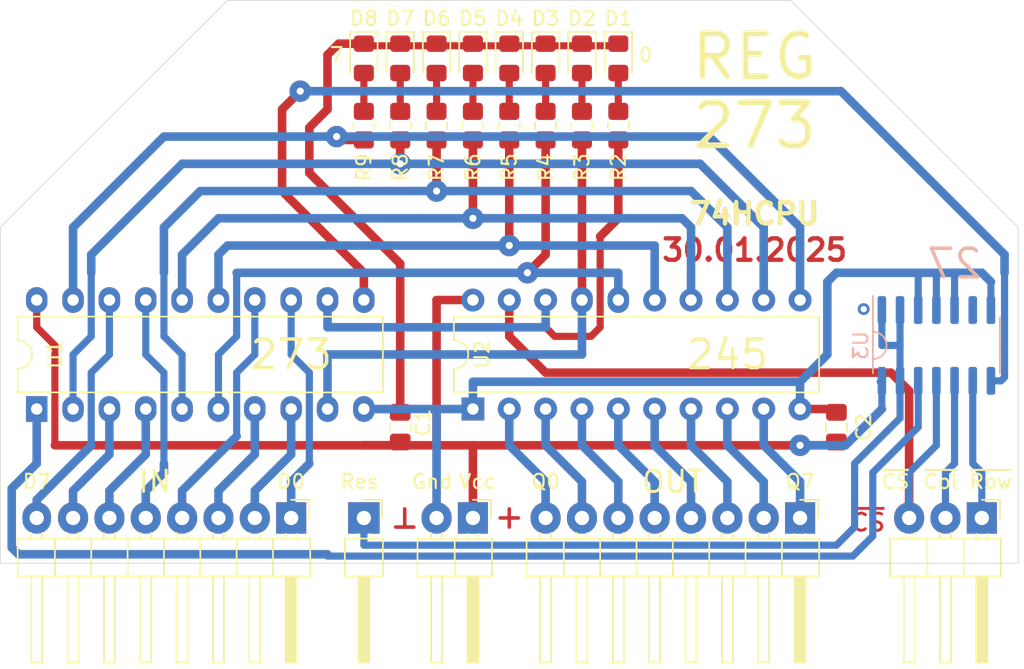
<source format=kicad_pcb>
(kicad_pcb (version 20171130) (host pcbnew "(5.1.8)-1")

  (general
    (thickness 1.6)
    (drawings 30)
    (tracks 232)
    (zones 0)
    (modules 26)
    (nets 42)
  )

  (page A4 portrait)
  (layers
    (0 F.Cu signal)
    (31 B.Cu signal)
    (32 B.Adhes user)
    (33 F.Adhes user)
    (34 B.Paste user)
    (35 F.Paste user)
    (36 B.SilkS user)
    (37 F.SilkS user)
    (38 B.Mask user)
    (39 F.Mask user)
    (40 Dwgs.User user)
    (41 Cmts.User user)
    (42 Eco1.User user)
    (43 Eco2.User user)
    (44 Edge.Cuts user)
    (45 Margin user)
    (46 B.CrtYd user)
    (47 F.CrtYd user)
    (48 B.Fab user)
    (49 F.Fab user)
  )

  (setup
    (last_trace_width 0.6)
    (user_trace_width 0.5)
    (user_trace_width 0.6)
    (trace_clearance 0.2)
    (zone_clearance 0.508)
    (zone_45_only no)
    (trace_min 0.2)
    (via_size 0.8)
    (via_drill 0.4)
    (via_min_size 0.4)
    (via_min_drill 0.3)
    (user_via 1.5 0.5)
    (uvia_size 0.3)
    (uvia_drill 0.1)
    (uvias_allowed no)
    (uvia_min_size 0.2)
    (uvia_min_drill 0.1)
    (edge_width 0.05)
    (segment_width 0.2)
    (pcb_text_width 0.3)
    (pcb_text_size 1.5 1.5)
    (mod_edge_width 0.12)
    (mod_text_size 1 1)
    (mod_text_width 0.15)
    (pad_size 2.2 2)
    (pad_drill 1)
    (pad_to_mask_clearance 0)
    (aux_axis_origin 0 0)
    (visible_elements 7FFFFFFF)
    (pcbplotparams
      (layerselection 0x010f0_ffffffff)
      (usegerberextensions false)
      (usegerberattributes true)
      (usegerberadvancedattributes true)
      (creategerberjobfile false)
      (excludeedgelayer true)
      (linewidth 0.100000)
      (plotframeref false)
      (viasonmask false)
      (mode 1)
      (useauxorigin false)
      (hpglpennumber 1)
      (hpglpenspeed 20)
      (hpglpendiameter 15.000000)
      (psnegative false)
      (psa4output false)
      (plotreference true)
      (plotvalue true)
      (plotinvisibletext false)
      (padsonsilk false)
      (subtractmaskfromsilk false)
      (outputformat 1)
      (mirror false)
      (drillshape 0)
      (scaleselection 1)
      (outputdirectory "gerber/"))
  )

  (net 0 "")
  (net 1 VCC)
  (net 2 GND)
  (net 3 /D7)
  (net 4 /D6)
  (net 5 /D5)
  (net 6 /D4)
  (net 7 /D3)
  (net 8 /D2)
  (net 9 /D1)
  (net 10 /D0)
  (net 11 /Q0)
  (net 12 /Q1)
  (net 13 /Q2)
  (net 14 /Q3)
  (net 15 /Q4)
  (net 16 /Q5)
  (net 17 /Q6)
  (net 18 /Q7)
  (net 19 "Net-(U1-Pad11)")
  (net 20 /~Row)
  (net 21 /~Col)
  (net 22 /~CS)
  (net 23 "Net-(D1-Pad2)")
  (net 24 "Net-(D2-Pad2)")
  (net 25 "Net-(D3-Pad2)")
  (net 26 "Net-(D4-Pad2)")
  (net 27 "Net-(D5-Pad2)")
  (net 28 "Net-(D6-Pad2)")
  (net 29 "Net-(D7-Pad2)")
  (net 30 "Net-(D8-Pad2)")
  (net 31 /L0)
  (net 32 /L1)
  (net 33 /L2)
  (net 34 /L3)
  (net 35 /L4)
  (net 36 /L5)
  (net 37 /L6)
  (net 38 /L7)
  (net 39 /Res)
  (net 40 "Net-(U3-Pad6)")
  (net 41 "Net-(U1-Pad1)")

  (net_class Default "This is the default net class."
    (clearance 0.2)
    (trace_width 0.25)
    (via_dia 0.8)
    (via_drill 0.4)
    (uvia_dia 0.3)
    (uvia_drill 0.1)
    (add_net /D0)
    (add_net /D1)
    (add_net /D2)
    (add_net /D3)
    (add_net /D4)
    (add_net /D5)
    (add_net /D6)
    (add_net /D7)
    (add_net /L0)
    (add_net /L1)
    (add_net /L2)
    (add_net /L3)
    (add_net /L4)
    (add_net /L5)
    (add_net /L6)
    (add_net /L7)
    (add_net /Q0)
    (add_net /Q1)
    (add_net /Q2)
    (add_net /Q3)
    (add_net /Q4)
    (add_net /Q5)
    (add_net /Q6)
    (add_net /Q7)
    (add_net /Res)
    (add_net /~CS)
    (add_net /~Col)
    (add_net /~Row)
    (add_net GND)
    (add_net "Net-(D1-Pad2)")
    (add_net "Net-(D2-Pad2)")
    (add_net "Net-(D3-Pad2)")
    (add_net "Net-(D4-Pad2)")
    (add_net "Net-(D5-Pad2)")
    (add_net "Net-(D6-Pad2)")
    (add_net "Net-(D7-Pad2)")
    (add_net "Net-(D8-Pad2)")
    (add_net "Net-(U1-Pad1)")
    (add_net "Net-(U1-Pad11)")
    (add_net "Net-(U3-Pad6)")
    (add_net VCC)
  )

  (module Connector_PinHeader_2.54mm:PinHeader_1x01_P2.54mm_Horizontal (layer F.Cu) (tedit 65FC7694) (tstamp 65FB8F8E)
    (at 76.2 53.34 270)
    (descr "Through hole angled pin header, 1x01, 2.54mm pitch, 6mm pin length, single row")
    (tags "Through hole angled pin header THT 1x01 2.54mm single row")
    (path /65FCB403)
    (fp_text reference J5 (at 2.54 0 90) (layer F.SilkS) hide
      (effects (font (size 1 1) (thickness 0.15)))
    )
    (fp_text value Conn_01x01_Male (at 1.905 1.905 180) (layer F.Fab)
      (effects (font (size 1 1) (thickness 0.15)))
    )
    (fp_line (start 2.135 -1.27) (end 4.04 -1.27) (layer F.Fab) (width 0.1))
    (fp_line (start 4.04 -1.27) (end 4.04 1.27) (layer F.Fab) (width 0.1))
    (fp_line (start 4.04 1.27) (end 1.5 1.27) (layer F.Fab) (width 0.1))
    (fp_line (start 1.5 1.27) (end 1.5 -0.635) (layer F.Fab) (width 0.1))
    (fp_line (start 1.5 -0.635) (end 2.135 -1.27) (layer F.Fab) (width 0.1))
    (fp_line (start -0.32 -0.32) (end 1.5 -0.32) (layer F.Fab) (width 0.1))
    (fp_line (start -0.32 -0.32) (end -0.32 0.32) (layer F.Fab) (width 0.1))
    (fp_line (start -0.32 0.32) (end 1.5 0.32) (layer F.Fab) (width 0.1))
    (fp_line (start 4.04 -0.32) (end 10.04 -0.32) (layer F.Fab) (width 0.1))
    (fp_line (start 10.04 -0.32) (end 10.04 0.32) (layer F.Fab) (width 0.1))
    (fp_line (start 4.04 0.32) (end 10.04 0.32) (layer F.Fab) (width 0.1))
    (fp_line (start 1.44 -1.33) (end 1.44 1.33) (layer F.SilkS) (width 0.12))
    (fp_line (start 1.44 1.33) (end 4.1 1.33) (layer F.SilkS) (width 0.12))
    (fp_line (start 4.1 1.33) (end 4.1 -1.33) (layer F.SilkS) (width 0.12))
    (fp_line (start 4.1 -1.33) (end 1.44 -1.33) (layer F.SilkS) (width 0.12))
    (fp_line (start 4.1 -0.38) (end 10.1 -0.38) (layer F.SilkS) (width 0.12))
    (fp_line (start 10.1 -0.38) (end 10.1 0.38) (layer F.SilkS) (width 0.12))
    (fp_line (start 10.1 0.38) (end 4.1 0.38) (layer F.SilkS) (width 0.12))
    (fp_line (start 4.1 -0.32) (end 10.1 -0.32) (layer F.SilkS) (width 0.12))
    (fp_line (start 4.1 -0.2) (end 10.1 -0.2) (layer F.SilkS) (width 0.12))
    (fp_line (start 4.1 -0.08) (end 10.1 -0.08) (layer F.SilkS) (width 0.12))
    (fp_line (start 4.1 0.04) (end 10.1 0.04) (layer F.SilkS) (width 0.12))
    (fp_line (start 4.1 0.16) (end 10.1 0.16) (layer F.SilkS) (width 0.12))
    (fp_line (start 4.1 0.28) (end 10.1 0.28) (layer F.SilkS) (width 0.12))
    (fp_line (start 1.11 -0.38) (end 1.44 -0.38) (layer F.SilkS) (width 0.12))
    (fp_line (start 1.11 0.38) (end 1.44 0.38) (layer F.SilkS) (width 0.12))
    (fp_line (start -1.27 0) (end -1.27 -1.27) (layer F.SilkS) (width 0.12))
    (fp_line (start -1.27 -1.27) (end 0 -1.27) (layer F.SilkS) (width 0.12))
    (fp_line (start -1.8 -1.8) (end -1.8 1.8) (layer F.CrtYd) (width 0.05))
    (fp_line (start -1.8 1.8) (end 10.55 1.8) (layer F.CrtYd) (width 0.05))
    (fp_line (start 10.55 1.8) (end 10.55 -1.8) (layer F.CrtYd) (width 0.05))
    (fp_line (start 10.55 -1.8) (end -1.8 -1.8) (layer F.CrtYd) (width 0.05))
    (fp_text user %R (at 2.77 0) (layer F.Fab)
      (effects (font (size 1 1) (thickness 0.15)))
    )
    (pad 1 thru_hole rect (at 0 0 270) (size 2.2 2.2) (drill 1) (layers *.Cu *.Mask)
      (net 39 /Res))
    (model ${KISYS3DMOD}/Connector_PinHeader_2.54mm.3dshapes/PinHeader_1x01_P2.54mm_Horizontal.wrl
      (at (xyz 0 0 0))
      (scale (xyz 1 1 1))
      (rotate (xyz 0 0 0))
    )
  )

  (module Package_DIP:DIP-20_W7.62mm (layer F.Cu) (tedit 5A02E8C5) (tstamp 65FB81A4)
    (at 53.34 45.72 90)
    (descr "20-lead though-hole mounted DIP package, row spacing 7.62 mm (300 mils)")
    (tags "THT DIP DIL PDIP 2.54mm 7.62mm 300mil")
    (path /65FBFB4A)
    (fp_text reference U1 (at 3.81 1.27 90) (layer F.SilkS)
      (effects (font (size 1 1) (thickness 0.15)))
    )
    (fp_text value 74HC273 (at 3.81 25.19 90) (layer F.Fab)
      (effects (font (size 1 1) (thickness 0.15)))
    )
    (fp_line (start 8.7 -1.55) (end -1.1 -1.55) (layer F.CrtYd) (width 0.05))
    (fp_line (start 8.7 24.4) (end 8.7 -1.55) (layer F.CrtYd) (width 0.05))
    (fp_line (start -1.1 24.4) (end 8.7 24.4) (layer F.CrtYd) (width 0.05))
    (fp_line (start -1.1 -1.55) (end -1.1 24.4) (layer F.CrtYd) (width 0.05))
    (fp_line (start 6.46 -1.33) (end 4.81 -1.33) (layer F.SilkS) (width 0.12))
    (fp_line (start 6.46 24.19) (end 6.46 -1.33) (layer F.SilkS) (width 0.12))
    (fp_line (start 1.16 24.19) (end 6.46 24.19) (layer F.SilkS) (width 0.12))
    (fp_line (start 1.16 -1.33) (end 1.16 24.19) (layer F.SilkS) (width 0.12))
    (fp_line (start 2.81 -1.33) (end 1.16 -1.33) (layer F.SilkS) (width 0.12))
    (fp_line (start 0.635 -0.27) (end 1.635 -1.27) (layer F.Fab) (width 0.1))
    (fp_line (start 0.635 24.13) (end 0.635 -0.27) (layer F.Fab) (width 0.1))
    (fp_line (start 6.985 24.13) (end 0.635 24.13) (layer F.Fab) (width 0.1))
    (fp_line (start 6.985 -1.27) (end 6.985 24.13) (layer F.Fab) (width 0.1))
    (fp_line (start 1.635 -1.27) (end 6.985 -1.27) (layer F.Fab) (width 0.1))
    (fp_text user %R (at 3.81 11.43 90) (layer F.Fab)
      (effects (font (size 1 1) (thickness 0.15)))
    )
    (fp_arc (start 3.81 -1.33) (end 2.81 -1.33) (angle -180) (layer F.SilkS) (width 0.12))
    (pad 20 thru_hole oval (at 7.62 0 90) (size 1.8 1.5) (drill 0.8) (layers *.Cu *.Mask)
      (net 1 VCC))
    (pad 10 thru_hole oval (at 0 22.86 90) (size 1.8 1.5) (drill 0.8) (layers *.Cu *.Mask)
      (net 2 GND))
    (pad 19 thru_hole oval (at 7.62 2.54 90) (size 1.8 1.5) (drill 0.8) (layers *.Cu *.Mask)
      (net 38 /L7))
    (pad 9 thru_hole oval (at 0 20.32 90) (size 1.8 1.5) (drill 0.8) (layers *.Cu *.Mask)
      (net 32 /L1))
    (pad 18 thru_hole oval (at 7.62 5.08 90) (size 1.8 1.5) (drill 0.8) (layers *.Cu *.Mask)
      (net 3 /D7))
    (pad 8 thru_hole oval (at 0 17.78 90) (size 1.8 1.5) (drill 0.8) (layers *.Cu *.Mask)
      (net 9 /D1))
    (pad 17 thru_hole oval (at 7.62 7.62 90) (size 1.8 1.5) (drill 0.8) (layers *.Cu *.Mask)
      (net 6 /D4))
    (pad 7 thru_hole oval (at 0 15.24 90) (size 1.8 1.5) (drill 0.8) (layers *.Cu *.Mask)
      (net 8 /D2))
    (pad 16 thru_hole oval (at 7.62 10.16 90) (size 1.8 1.5) (drill 0.8) (layers *.Cu *.Mask)
      (net 35 /L4))
    (pad 6 thru_hole oval (at 0 12.7 90) (size 1.8 1.5) (drill 0.8) (layers *.Cu *.Mask)
      (net 33 /L2))
    (pad 15 thru_hole oval (at 7.62 12.7 90) (size 1.8 1.5) (drill 0.8) (layers *.Cu *.Mask)
      (net 34 /L3))
    (pad 5 thru_hole oval (at 0 10.16 90) (size 1.8 1.5) (drill 0.8) (layers *.Cu *.Mask)
      (net 36 /L5))
    (pad 14 thru_hole oval (at 7.62 15.24 90) (size 1.8 1.5) (drill 0.8) (layers *.Cu *.Mask)
      (net 7 /D3))
    (pad 4 thru_hole oval (at 0 7.62 90) (size 1.8 1.5) (drill 0.8) (layers *.Cu *.Mask)
      (net 5 /D5))
    (pad 13 thru_hole oval (at 7.62 17.78 90) (size 1.8 1.5) (drill 0.8) (layers *.Cu *.Mask)
      (net 10 /D0))
    (pad 3 thru_hole oval (at 0 5.08 90) (size 1.8 1.5) (drill 0.8) (layers *.Cu *.Mask)
      (net 4 /D6))
    (pad 12 thru_hole oval (at 7.62 20.32 90) (size 1.8 1.5) (drill 0.8) (layers *.Cu *.Mask)
      (net 31 /L0))
    (pad 2 thru_hole oval (at 0 2.54 90) (size 1.8 1.5) (drill 0.8) (layers *.Cu *.Mask)
      (net 37 /L6))
    (pad 11 thru_hole oval (at 7.62 22.86 90) (size 1.8 1.5) (drill 0.8) (layers *.Cu *.Mask)
      (net 19 "Net-(U1-Pad11)"))
    (pad 1 thru_hole rect (at 0 0 90) (size 1.8 1.5) (drill 0.8) (layers *.Cu *.Mask)
      (net 41 "Net-(U1-Pad1)"))
    (model ${KISYS3DMOD}/Package_DIP.3dshapes/DIP-20_W7.62mm.wrl
      (at (xyz 0 0 0))
      (scale (xyz 1 1 1))
      (rotate (xyz 0 0 0))
    )
  )

  (module Package_DIP:DIP-20_W7.62mm (layer F.Cu) (tedit 65FB4FA4) (tstamp 6342C49F)
    (at 83.82 45.72 90)
    (descr "20-lead though-hole mounted DIP package, row spacing 7.62 mm (300 mils)")
    (tags "THT DIP DIL PDIP 2.54mm 7.62mm 300mil")
    (path /6342C9AB)
    (fp_text reference U2 (at 3.81 0.635 90) (layer F.SilkS)
      (effects (font (size 1 1) (thickness 0.15)))
    )
    (fp_text value 74HC245 (at 3.81 25.19 90) (layer F.Fab)
      (effects (font (size 1 1) (thickness 0.15)))
    )
    (fp_line (start 8.7 -1.55) (end -1.1 -1.55) (layer F.CrtYd) (width 0.05))
    (fp_line (start 8.7 24.4) (end 8.7 -1.55) (layer F.CrtYd) (width 0.05))
    (fp_line (start -1.1 24.4) (end 8.7 24.4) (layer F.CrtYd) (width 0.05))
    (fp_line (start -1.1 -1.55) (end -1.1 24.4) (layer F.CrtYd) (width 0.05))
    (fp_line (start 6.46 -1.33) (end 4.81 -1.33) (layer F.SilkS) (width 0.12))
    (fp_line (start 6.46 24.19) (end 6.46 -1.33) (layer F.SilkS) (width 0.12))
    (fp_line (start 1.16 24.19) (end 6.46 24.19) (layer F.SilkS) (width 0.12))
    (fp_line (start 1.16 -1.33) (end 1.16 24.19) (layer F.SilkS) (width 0.12))
    (fp_line (start 2.81 -1.33) (end 1.16 -1.33) (layer F.SilkS) (width 0.12))
    (fp_line (start 0.635 -0.27) (end 1.635 -1.27) (layer F.Fab) (width 0.1))
    (fp_line (start 0.635 24.13) (end 0.635 -0.27) (layer F.Fab) (width 0.1))
    (fp_line (start 6.985 24.13) (end 0.635 24.13) (layer F.Fab) (width 0.1))
    (fp_line (start 6.985 -1.27) (end 6.985 24.13) (layer F.Fab) (width 0.1))
    (fp_line (start 1.635 -1.27) (end 6.985 -1.27) (layer F.Fab) (width 0.1))
    (fp_text user %R (at 3.81 11.43 90) (layer F.Fab)
      (effects (font (size 1 1) (thickness 0.15)))
    )
    (fp_arc (start 3.81 -1.33) (end 2.81 -1.33) (angle -180) (layer F.SilkS) (width 0.12))
    (pad 20 thru_hole oval (at 7.62 0 90) (size 1.6 1.6) (drill 0.8) (layers *.Cu *.Mask)
      (net 1 VCC))
    (pad 10 thru_hole oval (at 0 22.86 90) (size 1.6 1.6) (drill 0.8) (layers *.Cu *.Mask)
      (net 2 GND))
    (pad 19 thru_hole oval (at 7.62 2.54 90) (size 1.6 1.6) (drill 0.8) (layers *.Cu *.Mask)
      (net 22 /~CS))
    (pad 9 thru_hole oval (at 0 20.32 90) (size 1.6 1.6) (drill 0.8) (layers *.Cu *.Mask)
      (net 18 /Q7))
    (pad 18 thru_hole oval (at 7.62 5.08 90) (size 1.6 1.6) (drill 0.8) (layers *.Cu *.Mask)
      (net 31 /L0))
    (pad 8 thru_hole oval (at 0 17.78 90) (size 1.6 1.6) (drill 0.8) (layers *.Cu *.Mask)
      (net 17 /Q6))
    (pad 17 thru_hole oval (at 7.62 7.62 90) (size 1.8 1.5) (drill 0.8) (layers *.Cu *.Mask)
      (net 32 /L1))
    (pad 7 thru_hole oval (at 0 15.24 90) (size 1.6 1.6) (drill 0.8) (layers *.Cu *.Mask)
      (net 16 /Q5))
    (pad 16 thru_hole oval (at 7.62 10.16 90) (size 1.8 1.5) (drill 0.8) (layers *.Cu *.Mask)
      (net 33 /L2))
    (pad 6 thru_hole oval (at 0 12.7 90) (size 1.6 1.6) (drill 0.8) (layers *.Cu *.Mask)
      (net 15 /Q4))
    (pad 15 thru_hole oval (at 7.62 12.7 90) (size 1.6 1.6) (drill 0.8) (layers *.Cu *.Mask)
      (net 34 /L3))
    (pad 5 thru_hole oval (at 0 10.16 90) (size 1.6 1.6) (drill 0.8) (layers *.Cu *.Mask)
      (net 14 /Q3))
    (pad 14 thru_hole oval (at 7.62 15.24 90) (size 1.6 1.6) (drill 0.8) (layers *.Cu *.Mask)
      (net 35 /L4))
    (pad 4 thru_hole oval (at 0 7.62 90) (size 1.6 1.6) (drill 0.8) (layers *.Cu *.Mask)
      (net 13 /Q2))
    (pad 13 thru_hole oval (at 7.62 17.78 90) (size 1.6 1.6) (drill 0.8) (layers *.Cu *.Mask)
      (net 36 /L5))
    (pad 3 thru_hole oval (at 0 5.08 90) (size 1.6 1.6) (drill 0.8) (layers *.Cu *.Mask)
      (net 12 /Q1))
    (pad 12 thru_hole oval (at 7.62 20.32 90) (size 1.6 1.6) (drill 0.8) (layers *.Cu *.Mask)
      (net 37 /L6))
    (pad 2 thru_hole oval (at 0 2.54 90) (size 1.6 1.6) (drill 0.8) (layers *.Cu *.Mask)
      (net 11 /Q0))
    (pad 11 thru_hole oval (at 7.62 22.86 90) (size 1.6 1.6) (drill 0.8) (layers *.Cu *.Mask)
      (net 38 /L7))
    (pad 1 thru_hole rect (at 0 0 90) (size 1.6 1.6) (drill 0.8) (layers *.Cu *.Mask)
      (net 2 GND))
    (model ${KISYS3DMOD}/Package_DIP.3dshapes/DIP-20_W7.62mm.wrl
      (at (xyz 0 0 0))
      (scale (xyz 1 1 1))
      (rotate (xyz 0 0 0))
    )
  )

  (module Capacitor_SMD:C_0805_2012Metric_Pad1.18x1.45mm_HandSolder (layer F.Cu) (tedit 5F68FEEF) (tstamp 636EB57C)
    (at 109.22 46.99 90)
    (descr "Capacitor SMD 0805 (2012 Metric), square (rectangular) end terminal, IPC_7351 nominal with elongated pad for handsoldering. (Body size source: IPC-SM-782 page 76, https://www.pcb-3d.com/wordpress/wp-content/uploads/ipc-sm-782a_amendment_1_and_2.pdf, https://docs.google.com/spreadsheets/d/1BsfQQcO9C6DZCsRaXUlFlo91Tg2WpOkGARC1WS5S8t0/edit?usp=sharing), generated with kicad-footprint-generator")
    (tags "capacitor handsolder")
    (path /636EBD1D)
    (attr smd)
    (fp_text reference C2 (at 0 1.905 90) (layer F.SilkS)
      (effects (font (size 1 1) (thickness 0.15)))
    )
    (fp_text value 0.1uF (at 0 1.68 90) (layer F.Fab)
      (effects (font (size 1 1) (thickness 0.15)))
    )
    (fp_line (start -1 0.625) (end -1 -0.625) (layer F.Fab) (width 0.1))
    (fp_line (start -1 -0.625) (end 1 -0.625) (layer F.Fab) (width 0.1))
    (fp_line (start 1 -0.625) (end 1 0.625) (layer F.Fab) (width 0.1))
    (fp_line (start 1 0.625) (end -1 0.625) (layer F.Fab) (width 0.1))
    (fp_line (start -0.261252 -0.735) (end 0.261252 -0.735) (layer F.SilkS) (width 0.12))
    (fp_line (start -0.261252 0.735) (end 0.261252 0.735) (layer F.SilkS) (width 0.12))
    (fp_line (start -1.88 0.98) (end -1.88 -0.98) (layer F.CrtYd) (width 0.05))
    (fp_line (start -1.88 -0.98) (end 1.88 -0.98) (layer F.CrtYd) (width 0.05))
    (fp_line (start 1.88 -0.98) (end 1.88 0.98) (layer F.CrtYd) (width 0.05))
    (fp_line (start 1.88 0.98) (end -1.88 0.98) (layer F.CrtYd) (width 0.05))
    (fp_text user %R (at 0 0 90) (layer F.Fab)
      (effects (font (size 0.5 0.5) (thickness 0.08)))
    )
    (pad 2 smd roundrect (at 1.0375 0 90) (size 1.175 1.45) (layers F.Cu F.Paste F.Mask) (roundrect_rratio 0.2127659574468085)
      (net 2 GND))
    (pad 1 smd roundrect (at -1.0375 0 90) (size 1.175 1.45) (layers F.Cu F.Paste F.Mask) (roundrect_rratio 0.2127659574468085)
      (net 1 VCC))
    (model ${KISYS3DMOD}/Capacitor_SMD.3dshapes/C_0805_2012Metric.wrl
      (at (xyz 0 0 0))
      (scale (xyz 1 1 1))
      (rotate (xyz 0 0 0))
    )
  )

  (module Resistor_SMD:R_0805_2012Metric_Pad1.20x1.40mm_HandSolder (layer F.Cu) (tedit 5F68FEEE) (tstamp 63558288)
    (at 76.2 25.908 90)
    (descr "Resistor SMD 0805 (2012 Metric), square (rectangular) end terminal, IPC_7351 nominal with elongated pad for handsoldering. (Body size source: IPC-SM-782 page 72, https://www.pcb-3d.com/wordpress/wp-content/uploads/ipc-sm-782a_amendment_1_and_2.pdf), generated with kicad-footprint-generator")
    (tags "resistor handsolder")
    (path /6357BAE6)
    (attr smd)
    (fp_text reference R9 (at -2.905 0 90) (layer F.SilkS)
      (effects (font (size 1 1) (thickness 0.15)))
    )
    (fp_text value 1k (at 0 1.65 90) (layer F.Fab)
      (effects (font (size 1 1) (thickness 0.15)))
    )
    (fp_line (start 1.85 0.95) (end -1.85 0.95) (layer F.CrtYd) (width 0.05))
    (fp_line (start 1.85 -0.95) (end 1.85 0.95) (layer F.CrtYd) (width 0.05))
    (fp_line (start -1.85 -0.95) (end 1.85 -0.95) (layer F.CrtYd) (width 0.05))
    (fp_line (start -1.85 0.95) (end -1.85 -0.95) (layer F.CrtYd) (width 0.05))
    (fp_line (start -0.227064 0.735) (end 0.227064 0.735) (layer F.SilkS) (width 0.12))
    (fp_line (start -0.227064 -0.735) (end 0.227064 -0.735) (layer F.SilkS) (width 0.12))
    (fp_line (start 1 0.625) (end -1 0.625) (layer F.Fab) (width 0.1))
    (fp_line (start 1 -0.625) (end 1 0.625) (layer F.Fab) (width 0.1))
    (fp_line (start -1 -0.625) (end 1 -0.625) (layer F.Fab) (width 0.1))
    (fp_line (start -1 0.625) (end -1 -0.625) (layer F.Fab) (width 0.1))
    (fp_text user %R (at 0 0 90) (layer F.Fab)
      (effects (font (size 0.5 0.5) (thickness 0.08)))
    )
    (pad 2 smd roundrect (at 1 0 90) (size 1.2 1.4) (layers F.Cu F.Paste F.Mask) (roundrect_rratio 0.2083325)
      (net 30 "Net-(D8-Pad2)"))
    (pad 1 smd roundrect (at -1 0 90) (size 1.2 1.4) (layers F.Cu F.Paste F.Mask) (roundrect_rratio 0.2083325)
      (net 38 /L7))
    (model ${KISYS3DMOD}/Resistor_SMD.3dshapes/R_0805_2012Metric.wrl
      (at (xyz 0 0 0))
      (scale (xyz 1 1 1))
      (rotate (xyz 0 0 0))
    )
  )

  (module Resistor_SMD:R_0805_2012Metric_Pad1.20x1.40mm_HandSolder (layer F.Cu) (tedit 5F68FEEE) (tstamp 63558277)
    (at 78.74 25.908 90)
    (descr "Resistor SMD 0805 (2012 Metric), square (rectangular) end terminal, IPC_7351 nominal with elongated pad for handsoldering. (Body size source: IPC-SM-782 page 72, https://www.pcb-3d.com/wordpress/wp-content/uploads/ipc-sm-782a_amendment_1_and_2.pdf), generated with kicad-footprint-generator")
    (tags "resistor handsolder")
    (path /6357BAD4)
    (attr smd)
    (fp_text reference R8 (at -2.905 0 90) (layer F.SilkS)
      (effects (font (size 1 1) (thickness 0.15)))
    )
    (fp_text value 1k (at 0 1.65 90) (layer F.Fab)
      (effects (font (size 1 1) (thickness 0.15)))
    )
    (fp_line (start 1.85 0.95) (end -1.85 0.95) (layer F.CrtYd) (width 0.05))
    (fp_line (start 1.85 -0.95) (end 1.85 0.95) (layer F.CrtYd) (width 0.05))
    (fp_line (start -1.85 -0.95) (end 1.85 -0.95) (layer F.CrtYd) (width 0.05))
    (fp_line (start -1.85 0.95) (end -1.85 -0.95) (layer F.CrtYd) (width 0.05))
    (fp_line (start -0.227064 0.735) (end 0.227064 0.735) (layer F.SilkS) (width 0.12))
    (fp_line (start -0.227064 -0.735) (end 0.227064 -0.735) (layer F.SilkS) (width 0.12))
    (fp_line (start 1 0.625) (end -1 0.625) (layer F.Fab) (width 0.1))
    (fp_line (start 1 -0.625) (end 1 0.625) (layer F.Fab) (width 0.1))
    (fp_line (start -1 -0.625) (end 1 -0.625) (layer F.Fab) (width 0.1))
    (fp_line (start -1 0.625) (end -1 -0.625) (layer F.Fab) (width 0.1))
    (fp_text user %R (at 0 0 90) (layer F.Fab)
      (effects (font (size 0.5 0.5) (thickness 0.08)))
    )
    (pad 2 smd roundrect (at 1 0 90) (size 1.2 1.4) (layers F.Cu F.Paste F.Mask) (roundrect_rratio 0.2083325)
      (net 29 "Net-(D7-Pad2)"))
    (pad 1 smd roundrect (at -1 0 90) (size 1.2 1.4) (layers F.Cu F.Paste F.Mask) (roundrect_rratio 0.2083325)
      (net 37 /L6))
    (model ${KISYS3DMOD}/Resistor_SMD.3dshapes/R_0805_2012Metric.wrl
      (at (xyz 0 0 0))
      (scale (xyz 1 1 1))
      (rotate (xyz 0 0 0))
    )
  )

  (module Resistor_SMD:R_0805_2012Metric_Pad1.20x1.40mm_HandSolder (layer F.Cu) (tedit 5F68FEEE) (tstamp 63558266)
    (at 81.28 25.908 90)
    (descr "Resistor SMD 0805 (2012 Metric), square (rectangular) end terminal, IPC_7351 nominal with elongated pad for handsoldering. (Body size source: IPC-SM-782 page 72, https://www.pcb-3d.com/wordpress/wp-content/uploads/ipc-sm-782a_amendment_1_and_2.pdf), generated with kicad-footprint-generator")
    (tags "resistor handsolder")
    (path /6357BAC2)
    (attr smd)
    (fp_text reference R7 (at -2.905 0 90) (layer F.SilkS)
      (effects (font (size 1 1) (thickness 0.15)))
    )
    (fp_text value 1k (at 0 1.65 90) (layer F.Fab)
      (effects (font (size 1 1) (thickness 0.15)))
    )
    (fp_line (start 1.85 0.95) (end -1.85 0.95) (layer F.CrtYd) (width 0.05))
    (fp_line (start 1.85 -0.95) (end 1.85 0.95) (layer F.CrtYd) (width 0.05))
    (fp_line (start -1.85 -0.95) (end 1.85 -0.95) (layer F.CrtYd) (width 0.05))
    (fp_line (start -1.85 0.95) (end -1.85 -0.95) (layer F.CrtYd) (width 0.05))
    (fp_line (start -0.227064 0.735) (end 0.227064 0.735) (layer F.SilkS) (width 0.12))
    (fp_line (start -0.227064 -0.735) (end 0.227064 -0.735) (layer F.SilkS) (width 0.12))
    (fp_line (start 1 0.625) (end -1 0.625) (layer F.Fab) (width 0.1))
    (fp_line (start 1 -0.625) (end 1 0.625) (layer F.Fab) (width 0.1))
    (fp_line (start -1 -0.625) (end 1 -0.625) (layer F.Fab) (width 0.1))
    (fp_line (start -1 0.625) (end -1 -0.625) (layer F.Fab) (width 0.1))
    (fp_text user %R (at 0 0 90) (layer F.Fab)
      (effects (font (size 0.5 0.5) (thickness 0.08)))
    )
    (pad 2 smd roundrect (at 1 0 90) (size 1.2 1.4) (layers F.Cu F.Paste F.Mask) (roundrect_rratio 0.2083325)
      (net 28 "Net-(D6-Pad2)"))
    (pad 1 smd roundrect (at -1 0 90) (size 1.2 1.4) (layers F.Cu F.Paste F.Mask) (roundrect_rratio 0.2083325)
      (net 36 /L5))
    (model ${KISYS3DMOD}/Resistor_SMD.3dshapes/R_0805_2012Metric.wrl
      (at (xyz 0 0 0))
      (scale (xyz 1 1 1))
      (rotate (xyz 0 0 0))
    )
  )

  (module Resistor_SMD:R_0805_2012Metric_Pad1.20x1.40mm_HandSolder (layer F.Cu) (tedit 5F68FEEE) (tstamp 63558255)
    (at 83.82 25.908 90)
    (descr "Resistor SMD 0805 (2012 Metric), square (rectangular) end terminal, IPC_7351 nominal with elongated pad for handsoldering. (Body size source: IPC-SM-782 page 72, https://www.pcb-3d.com/wordpress/wp-content/uploads/ipc-sm-782a_amendment_1_and_2.pdf), generated with kicad-footprint-generator")
    (tags "resistor handsolder")
    (path /6357BAB0)
    (attr smd)
    (fp_text reference R6 (at -2.905 0 90) (layer F.SilkS)
      (effects (font (size 1 1) (thickness 0.15)))
    )
    (fp_text value 1k (at 0 1.65 90) (layer F.Fab)
      (effects (font (size 1 1) (thickness 0.15)))
    )
    (fp_line (start 1.85 0.95) (end -1.85 0.95) (layer F.CrtYd) (width 0.05))
    (fp_line (start 1.85 -0.95) (end 1.85 0.95) (layer F.CrtYd) (width 0.05))
    (fp_line (start -1.85 -0.95) (end 1.85 -0.95) (layer F.CrtYd) (width 0.05))
    (fp_line (start -1.85 0.95) (end -1.85 -0.95) (layer F.CrtYd) (width 0.05))
    (fp_line (start -0.227064 0.735) (end 0.227064 0.735) (layer F.SilkS) (width 0.12))
    (fp_line (start -0.227064 -0.735) (end 0.227064 -0.735) (layer F.SilkS) (width 0.12))
    (fp_line (start 1 0.625) (end -1 0.625) (layer F.Fab) (width 0.1))
    (fp_line (start 1 -0.625) (end 1 0.625) (layer F.Fab) (width 0.1))
    (fp_line (start -1 -0.625) (end 1 -0.625) (layer F.Fab) (width 0.1))
    (fp_line (start -1 0.625) (end -1 -0.625) (layer F.Fab) (width 0.1))
    (fp_text user %R (at 0 0 90) (layer F.Fab)
      (effects (font (size 0.5 0.5) (thickness 0.08)))
    )
    (pad 2 smd roundrect (at 1 0 90) (size 1.2 1.4) (layers F.Cu F.Paste F.Mask) (roundrect_rratio 0.2083325)
      (net 27 "Net-(D5-Pad2)"))
    (pad 1 smd roundrect (at -1 0 90) (size 1.2 1.4) (layers F.Cu F.Paste F.Mask) (roundrect_rratio 0.2083325)
      (net 35 /L4))
    (model ${KISYS3DMOD}/Resistor_SMD.3dshapes/R_0805_2012Metric.wrl
      (at (xyz 0 0 0))
      (scale (xyz 1 1 1))
      (rotate (xyz 0 0 0))
    )
  )

  (module Resistor_SMD:R_0805_2012Metric_Pad1.20x1.40mm_HandSolder (layer F.Cu) (tedit 5F68FEEE) (tstamp 63558244)
    (at 86.36 25.908 90)
    (descr "Resistor SMD 0805 (2012 Metric), square (rectangular) end terminal, IPC_7351 nominal with elongated pad for handsoldering. (Body size source: IPC-SM-782 page 72, https://www.pcb-3d.com/wordpress/wp-content/uploads/ipc-sm-782a_amendment_1_and_2.pdf), generated with kicad-footprint-generator")
    (tags "resistor handsolder")
    (path /63577066)
    (attr smd)
    (fp_text reference R5 (at -2.905 0 90) (layer F.SilkS)
      (effects (font (size 1 1) (thickness 0.15)))
    )
    (fp_text value 1k (at 0 1.65 90) (layer F.Fab)
      (effects (font (size 1 1) (thickness 0.15)))
    )
    (fp_line (start 1.85 0.95) (end -1.85 0.95) (layer F.CrtYd) (width 0.05))
    (fp_line (start 1.85 -0.95) (end 1.85 0.95) (layer F.CrtYd) (width 0.05))
    (fp_line (start -1.85 -0.95) (end 1.85 -0.95) (layer F.CrtYd) (width 0.05))
    (fp_line (start -1.85 0.95) (end -1.85 -0.95) (layer F.CrtYd) (width 0.05))
    (fp_line (start -0.227064 0.735) (end 0.227064 0.735) (layer F.SilkS) (width 0.12))
    (fp_line (start -0.227064 -0.735) (end 0.227064 -0.735) (layer F.SilkS) (width 0.12))
    (fp_line (start 1 0.625) (end -1 0.625) (layer F.Fab) (width 0.1))
    (fp_line (start 1 -0.625) (end 1 0.625) (layer F.Fab) (width 0.1))
    (fp_line (start -1 -0.625) (end 1 -0.625) (layer F.Fab) (width 0.1))
    (fp_line (start -1 0.625) (end -1 -0.625) (layer F.Fab) (width 0.1))
    (fp_text user %R (at 0 0 90) (layer F.Fab)
      (effects (font (size 0.5 0.5) (thickness 0.08)))
    )
    (pad 2 smd roundrect (at 1 0 90) (size 1.2 1.4) (layers F.Cu F.Paste F.Mask) (roundrect_rratio 0.2083325)
      (net 26 "Net-(D4-Pad2)"))
    (pad 1 smd roundrect (at -1 0 90) (size 1.2 1.4) (layers F.Cu F.Paste F.Mask) (roundrect_rratio 0.2083325)
      (net 34 /L3))
    (model ${KISYS3DMOD}/Resistor_SMD.3dshapes/R_0805_2012Metric.wrl
      (at (xyz 0 0 0))
      (scale (xyz 1 1 1))
      (rotate (xyz 0 0 0))
    )
  )

  (module Resistor_SMD:R_0805_2012Metric_Pad1.20x1.40mm_HandSolder (layer F.Cu) (tedit 5F68FEEE) (tstamp 63558233)
    (at 88.9 25.908 90)
    (descr "Resistor SMD 0805 (2012 Metric), square (rectangular) end terminal, IPC_7351 nominal with elongated pad for handsoldering. (Body size source: IPC-SM-782 page 72, https://www.pcb-3d.com/wordpress/wp-content/uploads/ipc-sm-782a_amendment_1_and_2.pdf), generated with kicad-footprint-generator")
    (tags "resistor handsolder")
    (path /635717BE)
    (attr smd)
    (fp_text reference R4 (at -2.905 0 90) (layer F.SilkS)
      (effects (font (size 1 1) (thickness 0.15)))
    )
    (fp_text value 1k (at 0 1.65 90) (layer F.Fab)
      (effects (font (size 1 1) (thickness 0.15)))
    )
    (fp_line (start 1.85 0.95) (end -1.85 0.95) (layer F.CrtYd) (width 0.05))
    (fp_line (start 1.85 -0.95) (end 1.85 0.95) (layer F.CrtYd) (width 0.05))
    (fp_line (start -1.85 -0.95) (end 1.85 -0.95) (layer F.CrtYd) (width 0.05))
    (fp_line (start -1.85 0.95) (end -1.85 -0.95) (layer F.CrtYd) (width 0.05))
    (fp_line (start -0.227064 0.735) (end 0.227064 0.735) (layer F.SilkS) (width 0.12))
    (fp_line (start -0.227064 -0.735) (end 0.227064 -0.735) (layer F.SilkS) (width 0.12))
    (fp_line (start 1 0.625) (end -1 0.625) (layer F.Fab) (width 0.1))
    (fp_line (start 1 -0.625) (end 1 0.625) (layer F.Fab) (width 0.1))
    (fp_line (start -1 -0.625) (end 1 -0.625) (layer F.Fab) (width 0.1))
    (fp_line (start -1 0.625) (end -1 -0.625) (layer F.Fab) (width 0.1))
    (fp_text user %R (at 0 0 90) (layer F.Fab)
      (effects (font (size 0.5 0.5) (thickness 0.08)))
    )
    (pad 2 smd roundrect (at 1 0 90) (size 1.2 1.4) (layers F.Cu F.Paste F.Mask) (roundrect_rratio 0.2083325)
      (net 25 "Net-(D3-Pad2)"))
    (pad 1 smd roundrect (at -1 0 90) (size 1.2 1.4) (layers F.Cu F.Paste F.Mask) (roundrect_rratio 0.2083325)
      (net 33 /L2))
    (model ${KISYS3DMOD}/Resistor_SMD.3dshapes/R_0805_2012Metric.wrl
      (at (xyz 0 0 0))
      (scale (xyz 1 1 1))
      (rotate (xyz 0 0 0))
    )
  )

  (module Resistor_SMD:R_0805_2012Metric_Pad1.20x1.40mm_HandSolder (layer F.Cu) (tedit 5F68FEEE) (tstamp 63558222)
    (at 91.44 25.908 90)
    (descr "Resistor SMD 0805 (2012 Metric), square (rectangular) end terminal, IPC_7351 nominal with elongated pad for handsoldering. (Body size source: IPC-SM-782 page 72, https://www.pcb-3d.com/wordpress/wp-content/uploads/ipc-sm-782a_amendment_1_and_2.pdf), generated with kicad-footprint-generator")
    (tags "resistor handsolder")
    (path /6357062C)
    (attr smd)
    (fp_text reference R3 (at -2.905 0 90) (layer F.SilkS)
      (effects (font (size 1 1) (thickness 0.15)))
    )
    (fp_text value 1k (at 0 1.65 90) (layer F.Fab)
      (effects (font (size 1 1) (thickness 0.15)))
    )
    (fp_line (start 1.85 0.95) (end -1.85 0.95) (layer F.CrtYd) (width 0.05))
    (fp_line (start 1.85 -0.95) (end 1.85 0.95) (layer F.CrtYd) (width 0.05))
    (fp_line (start -1.85 -0.95) (end 1.85 -0.95) (layer F.CrtYd) (width 0.05))
    (fp_line (start -1.85 0.95) (end -1.85 -0.95) (layer F.CrtYd) (width 0.05))
    (fp_line (start -0.227064 0.735) (end 0.227064 0.735) (layer F.SilkS) (width 0.12))
    (fp_line (start -0.227064 -0.735) (end 0.227064 -0.735) (layer F.SilkS) (width 0.12))
    (fp_line (start 1 0.625) (end -1 0.625) (layer F.Fab) (width 0.1))
    (fp_line (start 1 -0.625) (end 1 0.625) (layer F.Fab) (width 0.1))
    (fp_line (start -1 -0.625) (end 1 -0.625) (layer F.Fab) (width 0.1))
    (fp_line (start -1 0.625) (end -1 -0.625) (layer F.Fab) (width 0.1))
    (fp_text user %R (at 0 0 90) (layer F.Fab)
      (effects (font (size 0.5 0.5) (thickness 0.08)))
    )
    (pad 2 smd roundrect (at 1 0 90) (size 1.2 1.4) (layers F.Cu F.Paste F.Mask) (roundrect_rratio 0.2083325)
      (net 24 "Net-(D2-Pad2)"))
    (pad 1 smd roundrect (at -1 0 90) (size 1.2 1.4) (layers F.Cu F.Paste F.Mask) (roundrect_rratio 0.2083325)
      (net 32 /L1))
    (model ${KISYS3DMOD}/Resistor_SMD.3dshapes/R_0805_2012Metric.wrl
      (at (xyz 0 0 0))
      (scale (xyz 1 1 1))
      (rotate (xyz 0 0 0))
    )
  )

  (module Resistor_SMD:R_0805_2012Metric_Pad1.20x1.40mm_HandSolder (layer F.Cu) (tedit 5F68FEEE) (tstamp 63558211)
    (at 93.98 25.908 90)
    (descr "Resistor SMD 0805 (2012 Metric), square (rectangular) end terminal, IPC_7351 nominal with elongated pad for handsoldering. (Body size source: IPC-SM-782 page 72, https://www.pcb-3d.com/wordpress/wp-content/uploads/ipc-sm-782a_amendment_1_and_2.pdf), generated with kicad-footprint-generator")
    (tags "resistor handsolder")
    (path /6356A96D)
    (attr smd)
    (fp_text reference R2 (at -2.905 0 90) (layer F.SilkS)
      (effects (font (size 1 1) (thickness 0.15)))
    )
    (fp_text value 1k (at 0 1.65 90) (layer F.Fab)
      (effects (font (size 1 1) (thickness 0.15)))
    )
    (fp_line (start 1.85 0.95) (end -1.85 0.95) (layer F.CrtYd) (width 0.05))
    (fp_line (start 1.85 -0.95) (end 1.85 0.95) (layer F.CrtYd) (width 0.05))
    (fp_line (start -1.85 -0.95) (end 1.85 -0.95) (layer F.CrtYd) (width 0.05))
    (fp_line (start -1.85 0.95) (end -1.85 -0.95) (layer F.CrtYd) (width 0.05))
    (fp_line (start -0.227064 0.735) (end 0.227064 0.735) (layer F.SilkS) (width 0.12))
    (fp_line (start -0.227064 -0.735) (end 0.227064 -0.735) (layer F.SilkS) (width 0.12))
    (fp_line (start 1 0.625) (end -1 0.625) (layer F.Fab) (width 0.1))
    (fp_line (start 1 -0.625) (end 1 0.625) (layer F.Fab) (width 0.1))
    (fp_line (start -1 -0.625) (end 1 -0.625) (layer F.Fab) (width 0.1))
    (fp_line (start -1 0.625) (end -1 -0.625) (layer F.Fab) (width 0.1))
    (fp_text user %R (at 0 0 90) (layer F.Fab)
      (effects (font (size 0.5 0.5) (thickness 0.08)))
    )
    (pad 2 smd roundrect (at 1 0 90) (size 1.2 1.4) (layers F.Cu F.Paste F.Mask) (roundrect_rratio 0.2083325)
      (net 23 "Net-(D1-Pad2)"))
    (pad 1 smd roundrect (at -1 0 90) (size 1.2 1.4) (layers F.Cu F.Paste F.Mask) (roundrect_rratio 0.2083325)
      (net 31 /L0))
    (model ${KISYS3DMOD}/Resistor_SMD.3dshapes/R_0805_2012Metric.wrl
      (at (xyz 0 0 0))
      (scale (xyz 1 1 1))
      (rotate (xyz 0 0 0))
    )
  )

  (module LED_SMD:LED_0805_2012Metric_Pad1.15x1.40mm_HandSolder (layer F.Cu) (tedit 5F68FEF1) (tstamp 63557F0D)
    (at 76.2 21.2 270)
    (descr "LED SMD 0805 (2012 Metric), square (rectangular) end terminal, IPC_7351 nominal, (Body size source: https://docs.google.com/spreadsheets/d/1BsfQQcO9C6DZCsRaXUlFlo91Tg2WpOkGARC1WS5S8t0/edit?usp=sharing), generated with kicad-footprint-generator")
    (tags "LED handsolder")
    (path /6357BAEC)
    (attr smd)
    (fp_text reference D8 (at -2.785 0 180) (layer F.SilkS)
      (effects (font (size 1 1) (thickness 0.15)))
    )
    (fp_text value LED (at 0 1.65 90) (layer F.Fab)
      (effects (font (size 1 1) (thickness 0.15)))
    )
    (fp_line (start 1.85 0.95) (end -1.85 0.95) (layer F.CrtYd) (width 0.05))
    (fp_line (start 1.85 -0.95) (end 1.85 0.95) (layer F.CrtYd) (width 0.05))
    (fp_line (start -1.85 -0.95) (end 1.85 -0.95) (layer F.CrtYd) (width 0.05))
    (fp_line (start -1.85 0.95) (end -1.85 -0.95) (layer F.CrtYd) (width 0.05))
    (fp_line (start -1.86 0.96) (end 1 0.96) (layer F.SilkS) (width 0.12))
    (fp_line (start -1.86 -0.96) (end -1.86 0.96) (layer F.SilkS) (width 0.12))
    (fp_line (start 1 -0.96) (end -1.86 -0.96) (layer F.SilkS) (width 0.12))
    (fp_line (start 1 0.6) (end 1 -0.6) (layer F.Fab) (width 0.1))
    (fp_line (start -1 0.6) (end 1 0.6) (layer F.Fab) (width 0.1))
    (fp_line (start -1 -0.3) (end -1 0.6) (layer F.Fab) (width 0.1))
    (fp_line (start -0.7 -0.6) (end -1 -0.3) (layer F.Fab) (width 0.1))
    (fp_line (start 1 -0.6) (end -0.7 -0.6) (layer F.Fab) (width 0.1))
    (fp_text user %R (at 0 0 90) (layer F.Fab)
      (effects (font (size 0.5 0.5) (thickness 0.08)))
    )
    (pad 2 smd roundrect (at 1.025 0 270) (size 1.15 1.4) (layers F.Cu F.Paste F.Mask) (roundrect_rratio 0.2173904347826087)
      (net 30 "Net-(D8-Pad2)"))
    (pad 1 smd roundrect (at -1.025 0 270) (size 1.15 1.4) (layers F.Cu F.Paste F.Mask) (roundrect_rratio 0.2173904347826087)
      (net 2 GND))
    (model ${KISYS3DMOD}/LED_SMD.3dshapes/LED_0805_2012Metric.wrl
      (at (xyz 0 0 0))
      (scale (xyz 1 1 1))
      (rotate (xyz 0 0 0))
    )
  )

  (module LED_SMD:LED_0805_2012Metric_Pad1.15x1.40mm_HandSolder (layer F.Cu) (tedit 5F68FEF1) (tstamp 63557EFA)
    (at 78.74 21.2 270)
    (descr "LED SMD 0805 (2012 Metric), square (rectangular) end terminal, IPC_7351 nominal, (Body size source: https://docs.google.com/spreadsheets/d/1BsfQQcO9C6DZCsRaXUlFlo91Tg2WpOkGARC1WS5S8t0/edit?usp=sharing), generated with kicad-footprint-generator")
    (tags "LED handsolder")
    (path /6357BADA)
    (attr smd)
    (fp_text reference D7 (at -2.785 0 180) (layer F.SilkS)
      (effects (font (size 1 1) (thickness 0.15)))
    )
    (fp_text value LED (at 0 1.65 90) (layer F.Fab)
      (effects (font (size 1 1) (thickness 0.15)))
    )
    (fp_line (start 1.85 0.95) (end -1.85 0.95) (layer F.CrtYd) (width 0.05))
    (fp_line (start 1.85 -0.95) (end 1.85 0.95) (layer F.CrtYd) (width 0.05))
    (fp_line (start -1.85 -0.95) (end 1.85 -0.95) (layer F.CrtYd) (width 0.05))
    (fp_line (start -1.85 0.95) (end -1.85 -0.95) (layer F.CrtYd) (width 0.05))
    (fp_line (start -1.86 0.96) (end 1 0.96) (layer F.SilkS) (width 0.12))
    (fp_line (start -1.86 -0.96) (end -1.86 0.96) (layer F.SilkS) (width 0.12))
    (fp_line (start 1 -0.96) (end -1.86 -0.96) (layer F.SilkS) (width 0.12))
    (fp_line (start 1 0.6) (end 1 -0.6) (layer F.Fab) (width 0.1))
    (fp_line (start -1 0.6) (end 1 0.6) (layer F.Fab) (width 0.1))
    (fp_line (start -1 -0.3) (end -1 0.6) (layer F.Fab) (width 0.1))
    (fp_line (start -0.7 -0.6) (end -1 -0.3) (layer F.Fab) (width 0.1))
    (fp_line (start 1 -0.6) (end -0.7 -0.6) (layer F.Fab) (width 0.1))
    (fp_text user %R (at 0 0 90) (layer F.Fab)
      (effects (font (size 0.5 0.5) (thickness 0.08)))
    )
    (pad 2 smd roundrect (at 1.025 0 270) (size 1.15 1.4) (layers F.Cu F.Paste F.Mask) (roundrect_rratio 0.2173904347826087)
      (net 29 "Net-(D7-Pad2)"))
    (pad 1 smd roundrect (at -1.025 0 270) (size 1.15 1.4) (layers F.Cu F.Paste F.Mask) (roundrect_rratio 0.2173904347826087)
      (net 2 GND))
    (model ${KISYS3DMOD}/LED_SMD.3dshapes/LED_0805_2012Metric.wrl
      (at (xyz 0 0 0))
      (scale (xyz 1 1 1))
      (rotate (xyz 0 0 0))
    )
  )

  (module LED_SMD:LED_0805_2012Metric_Pad1.15x1.40mm_HandSolder (layer F.Cu) (tedit 5F68FEF1) (tstamp 63557EE7)
    (at 81.28 21.2 270)
    (descr "LED SMD 0805 (2012 Metric), square (rectangular) end terminal, IPC_7351 nominal, (Body size source: https://docs.google.com/spreadsheets/d/1BsfQQcO9C6DZCsRaXUlFlo91Tg2WpOkGARC1WS5S8t0/edit?usp=sharing), generated with kicad-footprint-generator")
    (tags "LED handsolder")
    (path /6357BAC8)
    (attr smd)
    (fp_text reference D6 (at -2.785 0 180) (layer F.SilkS)
      (effects (font (size 1 1) (thickness 0.15)))
    )
    (fp_text value LED (at 0 1.65 90) (layer F.Fab)
      (effects (font (size 1 1) (thickness 0.15)))
    )
    (fp_line (start 1.85 0.95) (end -1.85 0.95) (layer F.CrtYd) (width 0.05))
    (fp_line (start 1.85 -0.95) (end 1.85 0.95) (layer F.CrtYd) (width 0.05))
    (fp_line (start -1.85 -0.95) (end 1.85 -0.95) (layer F.CrtYd) (width 0.05))
    (fp_line (start -1.85 0.95) (end -1.85 -0.95) (layer F.CrtYd) (width 0.05))
    (fp_line (start -1.86 0.96) (end 1 0.96) (layer F.SilkS) (width 0.12))
    (fp_line (start -1.86 -0.96) (end -1.86 0.96) (layer F.SilkS) (width 0.12))
    (fp_line (start 1 -0.96) (end -1.86 -0.96) (layer F.SilkS) (width 0.12))
    (fp_line (start 1 0.6) (end 1 -0.6) (layer F.Fab) (width 0.1))
    (fp_line (start -1 0.6) (end 1 0.6) (layer F.Fab) (width 0.1))
    (fp_line (start -1 -0.3) (end -1 0.6) (layer F.Fab) (width 0.1))
    (fp_line (start -0.7 -0.6) (end -1 -0.3) (layer F.Fab) (width 0.1))
    (fp_line (start 1 -0.6) (end -0.7 -0.6) (layer F.Fab) (width 0.1))
    (fp_text user %R (at 0 0 90) (layer F.Fab)
      (effects (font (size 0.5 0.5) (thickness 0.08)))
    )
    (pad 2 smd roundrect (at 1.025 0 270) (size 1.15 1.4) (layers F.Cu F.Paste F.Mask) (roundrect_rratio 0.2173904347826087)
      (net 28 "Net-(D6-Pad2)"))
    (pad 1 smd roundrect (at -1.025 0 270) (size 1.15 1.4) (layers F.Cu F.Paste F.Mask) (roundrect_rratio 0.2173904347826087)
      (net 2 GND))
    (model ${KISYS3DMOD}/LED_SMD.3dshapes/LED_0805_2012Metric.wrl
      (at (xyz 0 0 0))
      (scale (xyz 1 1 1))
      (rotate (xyz 0 0 0))
    )
  )

  (module LED_SMD:LED_0805_2012Metric_Pad1.15x1.40mm_HandSolder (layer F.Cu) (tedit 5F68FEF1) (tstamp 63557ED4)
    (at 83.82 21.2 270)
    (descr "LED SMD 0805 (2012 Metric), square (rectangular) end terminal, IPC_7351 nominal, (Body size source: https://docs.google.com/spreadsheets/d/1BsfQQcO9C6DZCsRaXUlFlo91Tg2WpOkGARC1WS5S8t0/edit?usp=sharing), generated with kicad-footprint-generator")
    (tags "LED handsolder")
    (path /6357BAB6)
    (attr smd)
    (fp_text reference D5 (at -2.785 0 180) (layer F.SilkS)
      (effects (font (size 1 1) (thickness 0.15)))
    )
    (fp_text value LED (at 0 1.65 90) (layer F.Fab)
      (effects (font (size 1 1) (thickness 0.15)))
    )
    (fp_line (start 1.85 0.95) (end -1.85 0.95) (layer F.CrtYd) (width 0.05))
    (fp_line (start 1.85 -0.95) (end 1.85 0.95) (layer F.CrtYd) (width 0.05))
    (fp_line (start -1.85 -0.95) (end 1.85 -0.95) (layer F.CrtYd) (width 0.05))
    (fp_line (start -1.85 0.95) (end -1.85 -0.95) (layer F.CrtYd) (width 0.05))
    (fp_line (start -1.86 0.96) (end 1 0.96) (layer F.SilkS) (width 0.12))
    (fp_line (start -1.86 -0.96) (end -1.86 0.96) (layer F.SilkS) (width 0.12))
    (fp_line (start 1 -0.96) (end -1.86 -0.96) (layer F.SilkS) (width 0.12))
    (fp_line (start 1 0.6) (end 1 -0.6) (layer F.Fab) (width 0.1))
    (fp_line (start -1 0.6) (end 1 0.6) (layer F.Fab) (width 0.1))
    (fp_line (start -1 -0.3) (end -1 0.6) (layer F.Fab) (width 0.1))
    (fp_line (start -0.7 -0.6) (end -1 -0.3) (layer F.Fab) (width 0.1))
    (fp_line (start 1 -0.6) (end -0.7 -0.6) (layer F.Fab) (width 0.1))
    (fp_text user %R (at 0 0 90) (layer F.Fab)
      (effects (font (size 0.5 0.5) (thickness 0.08)))
    )
    (pad 2 smd roundrect (at 1.025 0 270) (size 1.15 1.4) (layers F.Cu F.Paste F.Mask) (roundrect_rratio 0.2173904347826087)
      (net 27 "Net-(D5-Pad2)"))
    (pad 1 smd roundrect (at -1.025 0 270) (size 1.15 1.4) (layers F.Cu F.Paste F.Mask) (roundrect_rratio 0.2173904347826087)
      (net 2 GND))
    (model ${KISYS3DMOD}/LED_SMD.3dshapes/LED_0805_2012Metric.wrl
      (at (xyz 0 0 0))
      (scale (xyz 1 1 1))
      (rotate (xyz 0 0 0))
    )
  )

  (module LED_SMD:LED_0805_2012Metric_Pad1.15x1.40mm_HandSolder (layer F.Cu) (tedit 5F68FEF1) (tstamp 63557EC1)
    (at 86.36 21.2 270)
    (descr "LED SMD 0805 (2012 Metric), square (rectangular) end terminal, IPC_7351 nominal, (Body size source: https://docs.google.com/spreadsheets/d/1BsfQQcO9C6DZCsRaXUlFlo91Tg2WpOkGARC1WS5S8t0/edit?usp=sharing), generated with kicad-footprint-generator")
    (tags "LED handsolder")
    (path /6357706C)
    (attr smd)
    (fp_text reference D4 (at -2.785 0 180) (layer F.SilkS)
      (effects (font (size 1 1) (thickness 0.15)))
    )
    (fp_text value LED (at 0 1.65 90) (layer F.Fab)
      (effects (font (size 1 1) (thickness 0.15)))
    )
    (fp_line (start 1.85 0.95) (end -1.85 0.95) (layer F.CrtYd) (width 0.05))
    (fp_line (start 1.85 -0.95) (end 1.85 0.95) (layer F.CrtYd) (width 0.05))
    (fp_line (start -1.85 -0.95) (end 1.85 -0.95) (layer F.CrtYd) (width 0.05))
    (fp_line (start -1.85 0.95) (end -1.85 -0.95) (layer F.CrtYd) (width 0.05))
    (fp_line (start -1.86 0.96) (end 1 0.96) (layer F.SilkS) (width 0.12))
    (fp_line (start -1.86 -0.96) (end -1.86 0.96) (layer F.SilkS) (width 0.12))
    (fp_line (start 1 -0.96) (end -1.86 -0.96) (layer F.SilkS) (width 0.12))
    (fp_line (start 1 0.6) (end 1 -0.6) (layer F.Fab) (width 0.1))
    (fp_line (start -1 0.6) (end 1 0.6) (layer F.Fab) (width 0.1))
    (fp_line (start -1 -0.3) (end -1 0.6) (layer F.Fab) (width 0.1))
    (fp_line (start -0.7 -0.6) (end -1 -0.3) (layer F.Fab) (width 0.1))
    (fp_line (start 1 -0.6) (end -0.7 -0.6) (layer F.Fab) (width 0.1))
    (fp_text user %R (at 0 0 90) (layer F.Fab)
      (effects (font (size 0.5 0.5) (thickness 0.08)))
    )
    (pad 2 smd roundrect (at 1.025 0 270) (size 1.15 1.4) (layers F.Cu F.Paste F.Mask) (roundrect_rratio 0.2173904347826087)
      (net 26 "Net-(D4-Pad2)"))
    (pad 1 smd roundrect (at -1.025 0 270) (size 1.15 1.4) (layers F.Cu F.Paste F.Mask) (roundrect_rratio 0.2173904347826087)
      (net 2 GND))
    (model ${KISYS3DMOD}/LED_SMD.3dshapes/LED_0805_2012Metric.wrl
      (at (xyz 0 0 0))
      (scale (xyz 1 1 1))
      (rotate (xyz 0 0 0))
    )
  )

  (module LED_SMD:LED_0805_2012Metric_Pad1.15x1.40mm_HandSolder (layer F.Cu) (tedit 5F68FEF1) (tstamp 63557EAE)
    (at 88.9 21.2 270)
    (descr "LED SMD 0805 (2012 Metric), square (rectangular) end terminal, IPC_7351 nominal, (Body size source: https://docs.google.com/spreadsheets/d/1BsfQQcO9C6DZCsRaXUlFlo91Tg2WpOkGARC1WS5S8t0/edit?usp=sharing), generated with kicad-footprint-generator")
    (tags "LED handsolder")
    (path /635717C4)
    (attr smd)
    (fp_text reference D3 (at -2.785 0 180) (layer F.SilkS)
      (effects (font (size 1 1) (thickness 0.15)))
    )
    (fp_text value LED (at 0 1.65 90) (layer F.Fab)
      (effects (font (size 1 1) (thickness 0.15)))
    )
    (fp_line (start 1.85 0.95) (end -1.85 0.95) (layer F.CrtYd) (width 0.05))
    (fp_line (start 1.85 -0.95) (end 1.85 0.95) (layer F.CrtYd) (width 0.05))
    (fp_line (start -1.85 -0.95) (end 1.85 -0.95) (layer F.CrtYd) (width 0.05))
    (fp_line (start -1.85 0.95) (end -1.85 -0.95) (layer F.CrtYd) (width 0.05))
    (fp_line (start -1.86 0.96) (end 1 0.96) (layer F.SilkS) (width 0.12))
    (fp_line (start -1.86 -0.96) (end -1.86 0.96) (layer F.SilkS) (width 0.12))
    (fp_line (start 1 -0.96) (end -1.86 -0.96) (layer F.SilkS) (width 0.12))
    (fp_line (start 1 0.6) (end 1 -0.6) (layer F.Fab) (width 0.1))
    (fp_line (start -1 0.6) (end 1 0.6) (layer F.Fab) (width 0.1))
    (fp_line (start -1 -0.3) (end -1 0.6) (layer F.Fab) (width 0.1))
    (fp_line (start -0.7 -0.6) (end -1 -0.3) (layer F.Fab) (width 0.1))
    (fp_line (start 1 -0.6) (end -0.7 -0.6) (layer F.Fab) (width 0.1))
    (fp_text user %R (at 0 0 90) (layer F.Fab)
      (effects (font (size 0.5 0.5) (thickness 0.08)))
    )
    (pad 2 smd roundrect (at 1.025 0 270) (size 1.15 1.4) (layers F.Cu F.Paste F.Mask) (roundrect_rratio 0.2173904347826087)
      (net 25 "Net-(D3-Pad2)"))
    (pad 1 smd roundrect (at -1.025 0 270) (size 1.15 1.4) (layers F.Cu F.Paste F.Mask) (roundrect_rratio 0.2173904347826087)
      (net 2 GND))
    (model ${KISYS3DMOD}/LED_SMD.3dshapes/LED_0805_2012Metric.wrl
      (at (xyz 0 0 0))
      (scale (xyz 1 1 1))
      (rotate (xyz 0 0 0))
    )
  )

  (module LED_SMD:LED_0805_2012Metric_Pad1.15x1.40mm_HandSolder (layer F.Cu) (tedit 5F68FEF1) (tstamp 63557E9B)
    (at 91.44 21.2 270)
    (descr "LED SMD 0805 (2012 Metric), square (rectangular) end terminal, IPC_7351 nominal, (Body size source: https://docs.google.com/spreadsheets/d/1BsfQQcO9C6DZCsRaXUlFlo91Tg2WpOkGARC1WS5S8t0/edit?usp=sharing), generated with kicad-footprint-generator")
    (tags "LED handsolder")
    (path /63570632)
    (attr smd)
    (fp_text reference D2 (at -2.785 0 180) (layer F.SilkS)
      (effects (font (size 1 1) (thickness 0.15)))
    )
    (fp_text value LED (at 0 1.65 90) (layer F.Fab)
      (effects (font (size 1 1) (thickness 0.15)))
    )
    (fp_line (start 1.85 0.95) (end -1.85 0.95) (layer F.CrtYd) (width 0.05))
    (fp_line (start 1.85 -0.95) (end 1.85 0.95) (layer F.CrtYd) (width 0.05))
    (fp_line (start -1.85 -0.95) (end 1.85 -0.95) (layer F.CrtYd) (width 0.05))
    (fp_line (start -1.85 0.95) (end -1.85 -0.95) (layer F.CrtYd) (width 0.05))
    (fp_line (start -1.86 0.96) (end 1 0.96) (layer F.SilkS) (width 0.12))
    (fp_line (start -1.86 -0.96) (end -1.86 0.96) (layer F.SilkS) (width 0.12))
    (fp_line (start 1 -0.96) (end -1.86 -0.96) (layer F.SilkS) (width 0.12))
    (fp_line (start 1 0.6) (end 1 -0.6) (layer F.Fab) (width 0.1))
    (fp_line (start -1 0.6) (end 1 0.6) (layer F.Fab) (width 0.1))
    (fp_line (start -1 -0.3) (end -1 0.6) (layer F.Fab) (width 0.1))
    (fp_line (start -0.7 -0.6) (end -1 -0.3) (layer F.Fab) (width 0.1))
    (fp_line (start 1 -0.6) (end -0.7 -0.6) (layer F.Fab) (width 0.1))
    (fp_text user %R (at 0 0 90) (layer F.Fab)
      (effects (font (size 0.5 0.5) (thickness 0.08)))
    )
    (pad 2 smd roundrect (at 1.025 0 270) (size 1.15 1.4) (layers F.Cu F.Paste F.Mask) (roundrect_rratio 0.2173904347826087)
      (net 24 "Net-(D2-Pad2)"))
    (pad 1 smd roundrect (at -1.025 0 270) (size 1.15 1.4) (layers F.Cu F.Paste F.Mask) (roundrect_rratio 0.2173904347826087)
      (net 2 GND))
    (model ${KISYS3DMOD}/LED_SMD.3dshapes/LED_0805_2012Metric.wrl
      (at (xyz 0 0 0))
      (scale (xyz 1 1 1))
      (rotate (xyz 0 0 0))
    )
  )

  (module LED_SMD:LED_0805_2012Metric_Pad1.15x1.40mm_HandSolder (layer F.Cu) (tedit 5F68FEF1) (tstamp 63557E88)
    (at 93.98 21.2 270)
    (descr "LED SMD 0805 (2012 Metric), square (rectangular) end terminal, IPC_7351 nominal, (Body size source: https://docs.google.com/spreadsheets/d/1BsfQQcO9C6DZCsRaXUlFlo91Tg2WpOkGARC1WS5S8t0/edit?usp=sharing), generated with kicad-footprint-generator")
    (tags "LED handsolder")
    (path /6356B1AB)
    (attr smd)
    (fp_text reference D1 (at -2.785 0 180) (layer F.SilkS)
      (effects (font (size 1 1) (thickness 0.15)))
    )
    (fp_text value LED (at 0 1.65 90) (layer F.Fab)
      (effects (font (size 1 1) (thickness 0.15)))
    )
    (fp_line (start 1.85 0.95) (end -1.85 0.95) (layer F.CrtYd) (width 0.05))
    (fp_line (start 1.85 -0.95) (end 1.85 0.95) (layer F.CrtYd) (width 0.05))
    (fp_line (start -1.85 -0.95) (end 1.85 -0.95) (layer F.CrtYd) (width 0.05))
    (fp_line (start -1.85 0.95) (end -1.85 -0.95) (layer F.CrtYd) (width 0.05))
    (fp_line (start -1.86 0.96) (end 1 0.96) (layer F.SilkS) (width 0.12))
    (fp_line (start -1.86 -0.96) (end -1.86 0.96) (layer F.SilkS) (width 0.12))
    (fp_line (start 1 -0.96) (end -1.86 -0.96) (layer F.SilkS) (width 0.12))
    (fp_line (start 1 0.6) (end 1 -0.6) (layer F.Fab) (width 0.1))
    (fp_line (start -1 0.6) (end 1 0.6) (layer F.Fab) (width 0.1))
    (fp_line (start -1 -0.3) (end -1 0.6) (layer F.Fab) (width 0.1))
    (fp_line (start -0.7 -0.6) (end -1 -0.3) (layer F.Fab) (width 0.1))
    (fp_line (start 1 -0.6) (end -0.7 -0.6) (layer F.Fab) (width 0.1))
    (fp_text user %R (at 0 0 90) (layer F.Fab)
      (effects (font (size 0.5 0.5) (thickness 0.08)))
    )
    (pad 2 smd roundrect (at 1.025 0 270) (size 1.15 1.4) (layers F.Cu F.Paste F.Mask) (roundrect_rratio 0.2173904347826087)
      (net 23 "Net-(D1-Pad2)"))
    (pad 1 smd roundrect (at -1.025 0 270) (size 1.15 1.4) (layers F.Cu F.Paste F.Mask) (roundrect_rratio 0.2173904347826087)
      (net 2 GND))
    (model ${KISYS3DMOD}/LED_SMD.3dshapes/LED_0805_2012Metric.wrl
      (at (xyz 0 0 0))
      (scale (xyz 1 1 1))
      (rotate (xyz 0 0 0))
    )
  )

  (module Capacitor_SMD:C_0805_2012Metric_Pad1.18x1.45mm_HandSolder (layer F.Cu) (tedit 5F68FEEF) (tstamp 628D51CF)
    (at 78.74 46.99 90)
    (descr "Capacitor SMD 0805 (2012 Metric), square (rectangular) end terminal, IPC_7351 nominal with elongated pad for handsoldering. (Body size source: IPC-SM-782 page 76, https://www.pcb-3d.com/wordpress/wp-content/uploads/ipc-sm-782a_amendment_1_and_2.pdf, https://docs.google.com/spreadsheets/d/1BsfQQcO9C6DZCsRaXUlFlo91Tg2WpOkGARC1WS5S8t0/edit?usp=sharing), generated with kicad-footprint-generator")
    (tags "capacitor handsolder")
    (path /628F1683)
    (attr smd)
    (fp_text reference C1 (at 0.3175 1.5875 90) (layer F.SilkS)
      (effects (font (size 1 1) (thickness 0.15)))
    )
    (fp_text value 0.1uF (at 0 1.68 90) (layer F.Fab)
      (effects (font (size 1 1) (thickness 0.15)))
    )
    (fp_line (start -1 0.625) (end -1 -0.625) (layer F.Fab) (width 0.1))
    (fp_line (start -1 -0.625) (end 1 -0.625) (layer F.Fab) (width 0.1))
    (fp_line (start 1 -0.625) (end 1 0.625) (layer F.Fab) (width 0.1))
    (fp_line (start 1 0.625) (end -1 0.625) (layer F.Fab) (width 0.1))
    (fp_line (start -0.261252 -0.735) (end 0.261252 -0.735) (layer F.SilkS) (width 0.12))
    (fp_line (start -0.261252 0.735) (end 0.261252 0.735) (layer F.SilkS) (width 0.12))
    (fp_line (start -1.88 0.98) (end -1.88 -0.98) (layer F.CrtYd) (width 0.05))
    (fp_line (start -1.88 -0.98) (end 1.88 -0.98) (layer F.CrtYd) (width 0.05))
    (fp_line (start 1.88 -0.98) (end 1.88 0.98) (layer F.CrtYd) (width 0.05))
    (fp_line (start 1.88 0.98) (end -1.88 0.98) (layer F.CrtYd) (width 0.05))
    (fp_text user %R (at 0 0 90) (layer F.Fab)
      (effects (font (size 0.5 0.5) (thickness 0.08)))
    )
    (pad 1 smd roundrect (at -1.0375 0 90) (size 1.175 1.45) (layers F.Cu F.Paste F.Mask) (roundrect_rratio 0.2127659574468085)
      (net 1 VCC))
    (pad 2 smd roundrect (at 1.0375 0 90) (size 1.175 1.45) (layers F.Cu F.Paste F.Mask) (roundrect_rratio 0.2127659574468085)
      (net 2 GND))
    (model ${KISYS3DMOD}/Capacitor_SMD.3dshapes/C_0805_2012Metric.wrl
      (at (xyz 0 0 0))
      (scale (xyz 1 1 1))
      (rotate (xyz 0 0 0))
    )
  )

  (module Connector_PinHeader_2.54mm:PinHeader_1x08_P2.54mm_Horizontal (layer F.Cu) (tedit 679BD646) (tstamp 628D5250)
    (at 71.12 53.34 270)
    (descr "Through hole angled pin header, 1x08, 2.54mm pitch, 6mm pin length, single row")
    (tags "Through hole angled pin header THT 1x08 2.54mm single row")
    (path /628F385A)
    (fp_text reference J1 (at 0 -2.54 90) (layer F.SilkS) hide
      (effects (font (size 1 1) (thickness 0.15)))
    )
    (fp_text value Conn_01x08_Male (at 1.905 9.525 180) (layer F.Fab)
      (effects (font (size 1 1) (thickness 0.15)))
    )
    (fp_line (start 2.135 -1.27) (end 4.04 -1.27) (layer F.Fab) (width 0.1))
    (fp_line (start 4.04 -1.27) (end 4.04 19.05) (layer F.Fab) (width 0.1))
    (fp_line (start 4.04 19.05) (end 1.5 19.05) (layer F.Fab) (width 0.1))
    (fp_line (start 1.5 19.05) (end 1.5 -0.635) (layer F.Fab) (width 0.1))
    (fp_line (start 1.5 -0.635) (end 2.135 -1.27) (layer F.Fab) (width 0.1))
    (fp_line (start -0.32 -0.32) (end 1.5 -0.32) (layer F.Fab) (width 0.1))
    (fp_line (start -0.32 -0.32) (end -0.32 0.32) (layer F.Fab) (width 0.1))
    (fp_line (start -0.32 0.32) (end 1.5 0.32) (layer F.Fab) (width 0.1))
    (fp_line (start 4.04 -0.32) (end 10.04 -0.32) (layer F.Fab) (width 0.1))
    (fp_line (start 10.04 -0.32) (end 10.04 0.32) (layer F.Fab) (width 0.1))
    (fp_line (start 4.04 0.32) (end 10.04 0.32) (layer F.Fab) (width 0.1))
    (fp_line (start -0.32 2.22) (end 1.5 2.22) (layer F.Fab) (width 0.1))
    (fp_line (start -0.32 2.22) (end -0.32 2.86) (layer F.Fab) (width 0.1))
    (fp_line (start -0.32 2.86) (end 1.5 2.86) (layer F.Fab) (width 0.1))
    (fp_line (start 4.04 2.22) (end 10.04 2.22) (layer F.Fab) (width 0.1))
    (fp_line (start 10.04 2.22) (end 10.04 2.86) (layer F.Fab) (width 0.1))
    (fp_line (start 4.04 2.86) (end 10.04 2.86) (layer F.Fab) (width 0.1))
    (fp_line (start -0.32 4.76) (end 1.5 4.76) (layer F.Fab) (width 0.1))
    (fp_line (start -0.32 4.76) (end -0.32 5.4) (layer F.Fab) (width 0.1))
    (fp_line (start -0.32 5.4) (end 1.5 5.4) (layer F.Fab) (width 0.1))
    (fp_line (start 4.04 4.76) (end 10.04 4.76) (layer F.Fab) (width 0.1))
    (fp_line (start 10.04 4.76) (end 10.04 5.4) (layer F.Fab) (width 0.1))
    (fp_line (start 4.04 5.4) (end 10.04 5.4) (layer F.Fab) (width 0.1))
    (fp_line (start -0.32 7.3) (end 1.5 7.3) (layer F.Fab) (width 0.1))
    (fp_line (start -0.32 7.3) (end -0.32 7.94) (layer F.Fab) (width 0.1))
    (fp_line (start -0.32 7.94) (end 1.5 7.94) (layer F.Fab) (width 0.1))
    (fp_line (start 4.04 7.3) (end 10.04 7.3) (layer F.Fab) (width 0.1))
    (fp_line (start 10.04 7.3) (end 10.04 7.94) (layer F.Fab) (width 0.1))
    (fp_line (start 4.04 7.94) (end 10.04 7.94) (layer F.Fab) (width 0.1))
    (fp_line (start -0.32 9.84) (end 1.5 9.84) (layer F.Fab) (width 0.1))
    (fp_line (start -0.32 9.84) (end -0.32 10.48) (layer F.Fab) (width 0.1))
    (fp_line (start -0.32 10.48) (end 1.5 10.48) (layer F.Fab) (width 0.1))
    (fp_line (start 4.04 9.84) (end 10.04 9.84) (layer F.Fab) (width 0.1))
    (fp_line (start 10.04 9.84) (end 10.04 10.48) (layer F.Fab) (width 0.1))
    (fp_line (start 4.04 10.48) (end 10.04 10.48) (layer F.Fab) (width 0.1))
    (fp_line (start -0.32 12.38) (end 1.5 12.38) (layer F.Fab) (width 0.1))
    (fp_line (start -0.32 12.38) (end -0.32 13.02) (layer F.Fab) (width 0.1))
    (fp_line (start -0.32 13.02) (end 1.5 13.02) (layer F.Fab) (width 0.1))
    (fp_line (start 4.04 12.38) (end 10.04 12.38) (layer F.Fab) (width 0.1))
    (fp_line (start 10.04 12.38) (end 10.04 13.02) (layer F.Fab) (width 0.1))
    (fp_line (start 4.04 13.02) (end 10.04 13.02) (layer F.Fab) (width 0.1))
    (fp_line (start -0.32 14.92) (end 1.5 14.92) (layer F.Fab) (width 0.1))
    (fp_line (start -0.32 14.92) (end -0.32 15.56) (layer F.Fab) (width 0.1))
    (fp_line (start -0.32 15.56) (end 1.5 15.56) (layer F.Fab) (width 0.1))
    (fp_line (start 4.04 14.92) (end 10.04 14.92) (layer F.Fab) (width 0.1))
    (fp_line (start 10.04 14.92) (end 10.04 15.56) (layer F.Fab) (width 0.1))
    (fp_line (start 4.04 15.56) (end 10.04 15.56) (layer F.Fab) (width 0.1))
    (fp_line (start -0.32 17.46) (end 1.5 17.46) (layer F.Fab) (width 0.1))
    (fp_line (start -0.32 17.46) (end -0.32 18.1) (layer F.Fab) (width 0.1))
    (fp_line (start -0.32 18.1) (end 1.5 18.1) (layer F.Fab) (width 0.1))
    (fp_line (start 4.04 17.46) (end 10.04 17.46) (layer F.Fab) (width 0.1))
    (fp_line (start 10.04 17.46) (end 10.04 18.1) (layer F.Fab) (width 0.1))
    (fp_line (start 4.04 18.1) (end 10.04 18.1) (layer F.Fab) (width 0.1))
    (fp_line (start 1.44 -1.33) (end 1.44 19.11) (layer F.SilkS) (width 0.12))
    (fp_line (start 1.44 19.11) (end 4.1 19.11) (layer F.SilkS) (width 0.12))
    (fp_line (start 4.1 19.11) (end 4.1 -1.33) (layer F.SilkS) (width 0.12))
    (fp_line (start 4.1 -1.33) (end 1.44 -1.33) (layer F.SilkS) (width 0.12))
    (fp_line (start 4.1 -0.38) (end 10.1 -0.38) (layer F.SilkS) (width 0.12))
    (fp_line (start 10.1 -0.38) (end 10.1 0.38) (layer F.SilkS) (width 0.12))
    (fp_line (start 10.1 0.38) (end 4.1 0.38) (layer F.SilkS) (width 0.12))
    (fp_line (start 4.1 -0.32) (end 10.1 -0.32) (layer F.SilkS) (width 0.12))
    (fp_line (start 4.1 -0.2) (end 10.1 -0.2) (layer F.SilkS) (width 0.12))
    (fp_line (start 4.1 -0.08) (end 10.1 -0.08) (layer F.SilkS) (width 0.12))
    (fp_line (start 4.1 0.04) (end 10.1 0.04) (layer F.SilkS) (width 0.12))
    (fp_line (start 4.1 0.16) (end 10.1 0.16) (layer F.SilkS) (width 0.12))
    (fp_line (start 4.1 0.28) (end 10.1 0.28) (layer F.SilkS) (width 0.12))
    (fp_line (start 1.11 -0.38) (end 1.44 -0.38) (layer F.SilkS) (width 0.12))
    (fp_line (start 1.11 0.38) (end 1.44 0.38) (layer F.SilkS) (width 0.12))
    (fp_line (start 1.44 1.27) (end 4.1 1.27) (layer F.SilkS) (width 0.12))
    (fp_line (start 4.1 2.16) (end 10.1 2.16) (layer F.SilkS) (width 0.12))
    (fp_line (start 10.1 2.16) (end 10.1 2.92) (layer F.SilkS) (width 0.12))
    (fp_line (start 10.1 2.92) (end 4.1 2.92) (layer F.SilkS) (width 0.12))
    (fp_line (start 1.042929 2.16) (end 1.44 2.16) (layer F.SilkS) (width 0.12))
    (fp_line (start 1.042929 2.92) (end 1.44 2.92) (layer F.SilkS) (width 0.12))
    (fp_line (start 1.44 3.81) (end 4.1 3.81) (layer F.SilkS) (width 0.12))
    (fp_line (start 4.1 4.7) (end 10.1 4.7) (layer F.SilkS) (width 0.12))
    (fp_line (start 10.1 4.7) (end 10.1 5.46) (layer F.SilkS) (width 0.12))
    (fp_line (start 10.1 5.46) (end 4.1 5.46) (layer F.SilkS) (width 0.12))
    (fp_line (start 1.042929 4.7) (end 1.44 4.7) (layer F.SilkS) (width 0.12))
    (fp_line (start 1.042929 5.46) (end 1.44 5.46) (layer F.SilkS) (width 0.12))
    (fp_line (start 1.44 6.35) (end 4.1 6.35) (layer F.SilkS) (width 0.12))
    (fp_line (start 4.1 7.24) (end 10.1 7.24) (layer F.SilkS) (width 0.12))
    (fp_line (start 10.1 7.24) (end 10.1 8) (layer F.SilkS) (width 0.12))
    (fp_line (start 10.1 8) (end 4.1 8) (layer F.SilkS) (width 0.12))
    (fp_line (start 1.042929 7.24) (end 1.44 7.24) (layer F.SilkS) (width 0.12))
    (fp_line (start 1.042929 8) (end 1.44 8) (layer F.SilkS) (width 0.12))
    (fp_line (start 1.44 8.89) (end 4.1 8.89) (layer F.SilkS) (width 0.12))
    (fp_line (start 4.1 9.78) (end 10.1 9.78) (layer F.SilkS) (width 0.12))
    (fp_line (start 10.1 9.78) (end 10.1 10.54) (layer F.SilkS) (width 0.12))
    (fp_line (start 10.1 10.54) (end 4.1 10.54) (layer F.SilkS) (width 0.12))
    (fp_line (start 1.042929 9.78) (end 1.44 9.78) (layer F.SilkS) (width 0.12))
    (fp_line (start 1.042929 10.54) (end 1.44 10.54) (layer F.SilkS) (width 0.12))
    (fp_line (start 1.44 11.43) (end 4.1 11.43) (layer F.SilkS) (width 0.12))
    (fp_line (start 4.1 12.32) (end 10.1 12.32) (layer F.SilkS) (width 0.12))
    (fp_line (start 10.1 12.32) (end 10.1 13.08) (layer F.SilkS) (width 0.12))
    (fp_line (start 10.1 13.08) (end 4.1 13.08) (layer F.SilkS) (width 0.12))
    (fp_line (start 1.042929 12.32) (end 1.44 12.32) (layer F.SilkS) (width 0.12))
    (fp_line (start 1.042929 13.08) (end 1.44 13.08) (layer F.SilkS) (width 0.12))
    (fp_line (start 1.44 13.97) (end 4.1 13.97) (layer F.SilkS) (width 0.12))
    (fp_line (start 4.1 14.86) (end 10.1 14.86) (layer F.SilkS) (width 0.12))
    (fp_line (start 10.1 14.86) (end 10.1 15.62) (layer F.SilkS) (width 0.12))
    (fp_line (start 10.1 15.62) (end 4.1 15.62) (layer F.SilkS) (width 0.12))
    (fp_line (start 1.042929 14.86) (end 1.44 14.86) (layer F.SilkS) (width 0.12))
    (fp_line (start 1.042929 15.62) (end 1.44 15.62) (layer F.SilkS) (width 0.12))
    (fp_line (start 1.44 16.51) (end 4.1 16.51) (layer F.SilkS) (width 0.12))
    (fp_line (start 4.1 17.4) (end 10.1 17.4) (layer F.SilkS) (width 0.12))
    (fp_line (start 10.1 17.4) (end 10.1 18.16) (layer F.SilkS) (width 0.12))
    (fp_line (start 10.1 18.16) (end 4.1 18.16) (layer F.SilkS) (width 0.12))
    (fp_line (start 1.042929 17.4) (end 1.44 17.4) (layer F.SilkS) (width 0.12))
    (fp_line (start 1.042929 18.16) (end 1.44 18.16) (layer F.SilkS) (width 0.12))
    (fp_line (start -1.27 0) (end -1.27 -1.27) (layer F.SilkS) (width 0.12))
    (fp_line (start -1.27 -1.27) (end 0 -1.27) (layer F.SilkS) (width 0.12))
    (fp_line (start -1.8 -1.8) (end -1.8 19.55) (layer F.CrtYd) (width 0.05))
    (fp_line (start -1.8 19.55) (end 10.55 19.55) (layer F.CrtYd) (width 0.05))
    (fp_line (start 10.55 19.55) (end 10.55 -1.8) (layer F.CrtYd) (width 0.05))
    (fp_line (start 10.55 -1.8) (end -1.8 -1.8) (layer F.CrtYd) (width 0.05))
    (fp_text user %R (at 2.77 8.89) (layer F.Fab)
      (effects (font (size 1 1) (thickness 0.15)))
    )
    (pad 1 thru_hole rect (at 0 0 270) (size 2.2 2.1) (drill 1) (layers *.Cu *.Mask)
      (net 10 /D0))
    (pad 2 thru_hole oval (at 0 2.54 270) (size 2.2 2.1) (drill 1) (layers *.Cu *.Mask)
      (net 9 /D1))
    (pad 3 thru_hole oval (at 0 5.08 270) (size 2.2 2.1) (drill 1) (layers *.Cu *.Mask)
      (net 8 /D2))
    (pad 4 thru_hole oval (at 0 7.62 270) (size 2.2 2.1) (drill 1) (layers *.Cu *.Mask)
      (net 7 /D3))
    (pad 5 thru_hole oval (at 0 10.16 270) (size 2.2 2.1) (drill 1) (layers *.Cu *.Mask)
      (net 6 /D4))
    (pad 6 thru_hole oval (at 0 12.7 270) (size 2.2 2.1) (drill 1) (layers *.Cu *.Mask)
      (net 5 /D5))
    (pad 7 thru_hole oval (at 0 15.24 270) (size 2.2 2.1) (drill 1) (layers *.Cu *.Mask)
      (net 4 /D6))
    (pad 8 thru_hole oval (at 0 17.78 270) (size 2.2 2) (drill 1) (layers *.Cu *.Mask)
      (net 3 /D7))
    (model ${KISYS3DMOD}/Connector_PinHeader_2.54mm.3dshapes/PinHeader_1x08_P2.54mm_Horizontal.wrl
      (at (xyz 0 0 0))
      (scale (xyz 1 1 1))
      (rotate (xyz 0 0 0))
    )
  )

  (module Connector_PinHeader_2.54mm:PinHeader_1x08_P2.54mm_Horizontal (layer F.Cu) (tedit 59FED5CB) (tstamp 628D52D1)
    (at 106.68 53.34 270)
    (descr "Through hole angled pin header, 1x08, 2.54mm pitch, 6mm pin length, single row")
    (tags "Through hole angled pin header THT 1x08 2.54mm single row")
    (path /628F627D)
    (fp_text reference J2 (at 0 -2.54 90) (layer F.SilkS) hide
      (effects (font (size 1 1) (thickness 0.15)))
    )
    (fp_text value Conn_01x08_Male (at 1.905 8.89 180) (layer F.Fab)
      (effects (font (size 1 1) (thickness 0.15)))
    )
    (fp_line (start 10.55 -1.8) (end -1.8 -1.8) (layer F.CrtYd) (width 0.05))
    (fp_line (start 10.55 19.55) (end 10.55 -1.8) (layer F.CrtYd) (width 0.05))
    (fp_line (start -1.8 19.55) (end 10.55 19.55) (layer F.CrtYd) (width 0.05))
    (fp_line (start -1.8 -1.8) (end -1.8 19.55) (layer F.CrtYd) (width 0.05))
    (fp_line (start -1.27 -1.27) (end 0 -1.27) (layer F.SilkS) (width 0.12))
    (fp_line (start -1.27 0) (end -1.27 -1.27) (layer F.SilkS) (width 0.12))
    (fp_line (start 1.042929 18.16) (end 1.44 18.16) (layer F.SilkS) (width 0.12))
    (fp_line (start 1.042929 17.4) (end 1.44 17.4) (layer F.SilkS) (width 0.12))
    (fp_line (start 10.1 18.16) (end 4.1 18.16) (layer F.SilkS) (width 0.12))
    (fp_line (start 10.1 17.4) (end 10.1 18.16) (layer F.SilkS) (width 0.12))
    (fp_line (start 4.1 17.4) (end 10.1 17.4) (layer F.SilkS) (width 0.12))
    (fp_line (start 1.44 16.51) (end 4.1 16.51) (layer F.SilkS) (width 0.12))
    (fp_line (start 1.042929 15.62) (end 1.44 15.62) (layer F.SilkS) (width 0.12))
    (fp_line (start 1.042929 14.86) (end 1.44 14.86) (layer F.SilkS) (width 0.12))
    (fp_line (start 10.1 15.62) (end 4.1 15.62) (layer F.SilkS) (width 0.12))
    (fp_line (start 10.1 14.86) (end 10.1 15.62) (layer F.SilkS) (width 0.12))
    (fp_line (start 4.1 14.86) (end 10.1 14.86) (layer F.SilkS) (width 0.12))
    (fp_line (start 1.44 13.97) (end 4.1 13.97) (layer F.SilkS) (width 0.12))
    (fp_line (start 1.042929 13.08) (end 1.44 13.08) (layer F.SilkS) (width 0.12))
    (fp_line (start 1.042929 12.32) (end 1.44 12.32) (layer F.SilkS) (width 0.12))
    (fp_line (start 10.1 13.08) (end 4.1 13.08) (layer F.SilkS) (width 0.12))
    (fp_line (start 10.1 12.32) (end 10.1 13.08) (layer F.SilkS) (width 0.12))
    (fp_line (start 4.1 12.32) (end 10.1 12.32) (layer F.SilkS) (width 0.12))
    (fp_line (start 1.44 11.43) (end 4.1 11.43) (layer F.SilkS) (width 0.12))
    (fp_line (start 1.042929 10.54) (end 1.44 10.54) (layer F.SilkS) (width 0.12))
    (fp_line (start 1.042929 9.78) (end 1.44 9.78) (layer F.SilkS) (width 0.12))
    (fp_line (start 10.1 10.54) (end 4.1 10.54) (layer F.SilkS) (width 0.12))
    (fp_line (start 10.1 9.78) (end 10.1 10.54) (layer F.SilkS) (width 0.12))
    (fp_line (start 4.1 9.78) (end 10.1 9.78) (layer F.SilkS) (width 0.12))
    (fp_line (start 1.44 8.89) (end 4.1 8.89) (layer F.SilkS) (width 0.12))
    (fp_line (start 1.042929 8) (end 1.44 8) (layer F.SilkS) (width 0.12))
    (fp_line (start 1.042929 7.24) (end 1.44 7.24) (layer F.SilkS) (width 0.12))
    (fp_line (start 10.1 8) (end 4.1 8) (layer F.SilkS) (width 0.12))
    (fp_line (start 10.1 7.24) (end 10.1 8) (layer F.SilkS) (width 0.12))
    (fp_line (start 4.1 7.24) (end 10.1 7.24) (layer F.SilkS) (width 0.12))
    (fp_line (start 1.44 6.35) (end 4.1 6.35) (layer F.SilkS) (width 0.12))
    (fp_line (start 1.042929 5.46) (end 1.44 5.46) (layer F.SilkS) (width 0.12))
    (fp_line (start 1.042929 4.7) (end 1.44 4.7) (layer F.SilkS) (width 0.12))
    (fp_line (start 10.1 5.46) (end 4.1 5.46) (layer F.SilkS) (width 0.12))
    (fp_line (start 10.1 4.7) (end 10.1 5.46) (layer F.SilkS) (width 0.12))
    (fp_line (start 4.1 4.7) (end 10.1 4.7) (layer F.SilkS) (width 0.12))
    (fp_line (start 1.44 3.81) (end 4.1 3.81) (layer F.SilkS) (width 0.12))
    (fp_line (start 1.042929 2.92) (end 1.44 2.92) (layer F.SilkS) (width 0.12))
    (fp_line (start 1.042929 2.16) (end 1.44 2.16) (layer F.SilkS) (width 0.12))
    (fp_line (start 10.1 2.92) (end 4.1 2.92) (layer F.SilkS) (width 0.12))
    (fp_line (start 10.1 2.16) (end 10.1 2.92) (layer F.SilkS) (width 0.12))
    (fp_line (start 4.1 2.16) (end 10.1 2.16) (layer F.SilkS) (width 0.12))
    (fp_line (start 1.44 1.27) (end 4.1 1.27) (layer F.SilkS) (width 0.12))
    (fp_line (start 1.11 0.38) (end 1.44 0.38) (layer F.SilkS) (width 0.12))
    (fp_line (start 1.11 -0.38) (end 1.44 -0.38) (layer F.SilkS) (width 0.12))
    (fp_line (start 4.1 0.28) (end 10.1 0.28) (layer F.SilkS) (width 0.12))
    (fp_line (start 4.1 0.16) (end 10.1 0.16) (layer F.SilkS) (width 0.12))
    (fp_line (start 4.1 0.04) (end 10.1 0.04) (layer F.SilkS) (width 0.12))
    (fp_line (start 4.1 -0.08) (end 10.1 -0.08) (layer F.SilkS) (width 0.12))
    (fp_line (start 4.1 -0.2) (end 10.1 -0.2) (layer F.SilkS) (width 0.12))
    (fp_line (start 4.1 -0.32) (end 10.1 -0.32) (layer F.SilkS) (width 0.12))
    (fp_line (start 10.1 0.38) (end 4.1 0.38) (layer F.SilkS) (width 0.12))
    (fp_line (start 10.1 -0.38) (end 10.1 0.38) (layer F.SilkS) (width 0.12))
    (fp_line (start 4.1 -0.38) (end 10.1 -0.38) (layer F.SilkS) (width 0.12))
    (fp_line (start 4.1 -1.33) (end 1.44 -1.33) (layer F.SilkS) (width 0.12))
    (fp_line (start 4.1 19.11) (end 4.1 -1.33) (layer F.SilkS) (width 0.12))
    (fp_line (start 1.44 19.11) (end 4.1 19.11) (layer F.SilkS) (width 0.12))
    (fp_line (start 1.44 -1.33) (end 1.44 19.11) (layer F.SilkS) (width 0.12))
    (fp_line (start 4.04 18.1) (end 10.04 18.1) (layer F.Fab) (width 0.1))
    (fp_line (start 10.04 17.46) (end 10.04 18.1) (layer F.Fab) (width 0.1))
    (fp_line (start 4.04 17.46) (end 10.04 17.46) (layer F.Fab) (width 0.1))
    (fp_line (start -0.32 18.1) (end 1.5 18.1) (layer F.Fab) (width 0.1))
    (fp_line (start -0.32 17.46) (end -0.32 18.1) (layer F.Fab) (width 0.1))
    (fp_line (start -0.32 17.46) (end 1.5 17.46) (layer F.Fab) (width 0.1))
    (fp_line (start 4.04 15.56) (end 10.04 15.56) (layer F.Fab) (width 0.1))
    (fp_line (start 10.04 14.92) (end 10.04 15.56) (layer F.Fab) (width 0.1))
    (fp_line (start 4.04 14.92) (end 10.04 14.92) (layer F.Fab) (width 0.1))
    (fp_line (start -0.32 15.56) (end 1.5 15.56) (layer F.Fab) (width 0.1))
    (fp_line (start -0.32 14.92) (end -0.32 15.56) (layer F.Fab) (width 0.1))
    (fp_line (start -0.32 14.92) (end 1.5 14.92) (layer F.Fab) (width 0.1))
    (fp_line (start 4.04 13.02) (end 10.04 13.02) (layer F.Fab) (width 0.1))
    (fp_line (start 10.04 12.38) (end 10.04 13.02) (layer F.Fab) (width 0.1))
    (fp_line (start 4.04 12.38) (end 10.04 12.38) (layer F.Fab) (width 0.1))
    (fp_line (start -0.32 13.02) (end 1.5 13.02) (layer F.Fab) (width 0.1))
    (fp_line (start -0.32 12.38) (end -0.32 13.02) (layer F.Fab) (width 0.1))
    (fp_line (start -0.32 12.38) (end 1.5 12.38) (layer F.Fab) (width 0.1))
    (fp_line (start 4.04 10.48) (end 10.04 10.48) (layer F.Fab) (width 0.1))
    (fp_line (start 10.04 9.84) (end 10.04 10.48) (layer F.Fab) (width 0.1))
    (fp_line (start 4.04 9.84) (end 10.04 9.84) (layer F.Fab) (width 0.1))
    (fp_line (start -0.32 10.48) (end 1.5 10.48) (layer F.Fab) (width 0.1))
    (fp_line (start -0.32 9.84) (end -0.32 10.48) (layer F.Fab) (width 0.1))
    (fp_line (start -0.32 9.84) (end 1.5 9.84) (layer F.Fab) (width 0.1))
    (fp_line (start 4.04 7.94) (end 10.04 7.94) (layer F.Fab) (width 0.1))
    (fp_line (start 10.04 7.3) (end 10.04 7.94) (layer F.Fab) (width 0.1))
    (fp_line (start 4.04 7.3) (end 10.04 7.3) (layer F.Fab) (width 0.1))
    (fp_line (start -0.32 7.94) (end 1.5 7.94) (layer F.Fab) (width 0.1))
    (fp_line (start -0.32 7.3) (end -0.32 7.94) (layer F.Fab) (width 0.1))
    (fp_line (start -0.32 7.3) (end 1.5 7.3) (layer F.Fab) (width 0.1))
    (fp_line (start 4.04 5.4) (end 10.04 5.4) (layer F.Fab) (width 0.1))
    (fp_line (start 10.04 4.76) (end 10.04 5.4) (layer F.Fab) (width 0.1))
    (fp_line (start 4.04 4.76) (end 10.04 4.76) (layer F.Fab) (width 0.1))
    (fp_line (start -0.32 5.4) (end 1.5 5.4) (layer F.Fab) (width 0.1))
    (fp_line (start -0.32 4.76) (end -0.32 5.4) (layer F.Fab) (width 0.1))
    (fp_line (start -0.32 4.76) (end 1.5 4.76) (layer F.Fab) (width 0.1))
    (fp_line (start 4.04 2.86) (end 10.04 2.86) (layer F.Fab) (width 0.1))
    (fp_line (start 10.04 2.22) (end 10.04 2.86) (layer F.Fab) (width 0.1))
    (fp_line (start 4.04 2.22) (end 10.04 2.22) (layer F.Fab) (width 0.1))
    (fp_line (start -0.32 2.86) (end 1.5 2.86) (layer F.Fab) (width 0.1))
    (fp_line (start -0.32 2.22) (end -0.32 2.86) (layer F.Fab) (width 0.1))
    (fp_line (start -0.32 2.22) (end 1.5 2.22) (layer F.Fab) (width 0.1))
    (fp_line (start 4.04 0.32) (end 10.04 0.32) (layer F.Fab) (width 0.1))
    (fp_line (start 10.04 -0.32) (end 10.04 0.32) (layer F.Fab) (width 0.1))
    (fp_line (start 4.04 -0.32) (end 10.04 -0.32) (layer F.Fab) (width 0.1))
    (fp_line (start -0.32 0.32) (end 1.5 0.32) (layer F.Fab) (width 0.1))
    (fp_line (start -0.32 -0.32) (end -0.32 0.32) (layer F.Fab) (width 0.1))
    (fp_line (start -0.32 -0.32) (end 1.5 -0.32) (layer F.Fab) (width 0.1))
    (fp_line (start 1.5 -0.635) (end 2.135 -1.27) (layer F.Fab) (width 0.1))
    (fp_line (start 1.5 19.05) (end 1.5 -0.635) (layer F.Fab) (width 0.1))
    (fp_line (start 4.04 19.05) (end 1.5 19.05) (layer F.Fab) (width 0.1))
    (fp_line (start 4.04 -1.27) (end 4.04 19.05) (layer F.Fab) (width 0.1))
    (fp_line (start 2.135 -1.27) (end 4.04 -1.27) (layer F.Fab) (width 0.1))
    (fp_text user %R (at 2.77 8.89) (layer F.Fab)
      (effects (font (size 1 1) (thickness 0.15)))
    )
    (pad 8 thru_hole oval (at 0 17.78 270) (size 2.2 2.1) (drill 1) (layers *.Cu *.Mask)
      (net 11 /Q0))
    (pad 7 thru_hole oval (at 0 15.24 270) (size 2.2 2.1) (drill 1) (layers *.Cu *.Mask)
      (net 12 /Q1))
    (pad 6 thru_hole oval (at 0 12.7 270) (size 2.2 2.1) (drill 1) (layers *.Cu *.Mask)
      (net 13 /Q2))
    (pad 5 thru_hole oval (at 0 10.16 270) (size 2.2 2.1) (drill 1) (layers *.Cu *.Mask)
      (net 14 /Q3))
    (pad 4 thru_hole oval (at 0 7.62 270) (size 2.2 2.1) (drill 1) (layers *.Cu *.Mask)
      (net 15 /Q4))
    (pad 3 thru_hole oval (at 0 5.08 270) (size 2.2 2.1) (drill 1) (layers *.Cu *.Mask)
      (net 16 /Q5))
    (pad 2 thru_hole oval (at 0 2.54 270) (size 2.2 2.1) (drill 1) (layers *.Cu *.Mask)
      (net 17 /Q6))
    (pad 1 thru_hole rect (at 0 0 270) (size 2.2 2.1) (drill 1) (layers *.Cu *.Mask)
      (net 18 /Q7))
    (model ${KISYS3DMOD}/Connector_PinHeader_2.54mm.3dshapes/PinHeader_1x08_P2.54mm_Horizontal.wrl
      (at (xyz 0 0 0))
      (scale (xyz 1 1 1))
      (rotate (xyz 0 0 0))
    )
  )

  (module Connector_PinHeader_2.54mm:PinHeader_1x02_P2.54mm_Horizontal (layer F.Cu) (tedit 59FED5CB) (tstamp 628D5304)
    (at 83.82 53.34 270)
    (descr "Through hole angled pin header, 1x02, 2.54mm pitch, 6mm pin length, single row")
    (tags "Through hole angled pin header THT 1x02 2.54mm single row")
    (path /628F7D39)
    (fp_text reference J3 (at 0 -2.27 90) (layer F.SilkS) hide
      (effects (font (size 1 1) (thickness 0.15)))
    )
    (fp_text value Conn_01x02_Male (at 1.905 1.905 180) (layer F.Fab)
      (effects (font (size 1 1) (thickness 0.15)))
    )
    (fp_line (start 2.135 -1.27) (end 4.04 -1.27) (layer F.Fab) (width 0.1))
    (fp_line (start 4.04 -1.27) (end 4.04 3.81) (layer F.Fab) (width 0.1))
    (fp_line (start 4.04 3.81) (end 1.5 3.81) (layer F.Fab) (width 0.1))
    (fp_line (start 1.5 3.81) (end 1.5 -0.635) (layer F.Fab) (width 0.1))
    (fp_line (start 1.5 -0.635) (end 2.135 -1.27) (layer F.Fab) (width 0.1))
    (fp_line (start -0.32 -0.32) (end 1.5 -0.32) (layer F.Fab) (width 0.1))
    (fp_line (start -0.32 -0.32) (end -0.32 0.32) (layer F.Fab) (width 0.1))
    (fp_line (start -0.32 0.32) (end 1.5 0.32) (layer F.Fab) (width 0.1))
    (fp_line (start 4.04 -0.32) (end 10.04 -0.32) (layer F.Fab) (width 0.1))
    (fp_line (start 10.04 -0.32) (end 10.04 0.32) (layer F.Fab) (width 0.1))
    (fp_line (start 4.04 0.32) (end 10.04 0.32) (layer F.Fab) (width 0.1))
    (fp_line (start -0.32 2.22) (end 1.5 2.22) (layer F.Fab) (width 0.1))
    (fp_line (start -0.32 2.22) (end -0.32 2.86) (layer F.Fab) (width 0.1))
    (fp_line (start -0.32 2.86) (end 1.5 2.86) (layer F.Fab) (width 0.1))
    (fp_line (start 4.04 2.22) (end 10.04 2.22) (layer F.Fab) (width 0.1))
    (fp_line (start 10.04 2.22) (end 10.04 2.86) (layer F.Fab) (width 0.1))
    (fp_line (start 4.04 2.86) (end 10.04 2.86) (layer F.Fab) (width 0.1))
    (fp_line (start 1.44 -1.33) (end 1.44 3.87) (layer F.SilkS) (width 0.12))
    (fp_line (start 1.44 3.87) (end 4.1 3.87) (layer F.SilkS) (width 0.12))
    (fp_line (start 4.1 3.87) (end 4.1 -1.33) (layer F.SilkS) (width 0.12))
    (fp_line (start 4.1 -1.33) (end 1.44 -1.33) (layer F.SilkS) (width 0.12))
    (fp_line (start 4.1 -0.38) (end 10.1 -0.38) (layer F.SilkS) (width 0.12))
    (fp_line (start 10.1 -0.38) (end 10.1 0.38) (layer F.SilkS) (width 0.12))
    (fp_line (start 10.1 0.38) (end 4.1 0.38) (layer F.SilkS) (width 0.12))
    (fp_line (start 4.1 -0.32) (end 10.1 -0.32) (layer F.SilkS) (width 0.12))
    (fp_line (start 4.1 -0.2) (end 10.1 -0.2) (layer F.SilkS) (width 0.12))
    (fp_line (start 4.1 -0.08) (end 10.1 -0.08) (layer F.SilkS) (width 0.12))
    (fp_line (start 4.1 0.04) (end 10.1 0.04) (layer F.SilkS) (width 0.12))
    (fp_line (start 4.1 0.16) (end 10.1 0.16) (layer F.SilkS) (width 0.12))
    (fp_line (start 4.1 0.28) (end 10.1 0.28) (layer F.SilkS) (width 0.12))
    (fp_line (start 1.11 -0.38) (end 1.44 -0.38) (layer F.SilkS) (width 0.12))
    (fp_line (start 1.11 0.38) (end 1.44 0.38) (layer F.SilkS) (width 0.12))
    (fp_line (start 1.44 1.27) (end 4.1 1.27) (layer F.SilkS) (width 0.12))
    (fp_line (start 4.1 2.16) (end 10.1 2.16) (layer F.SilkS) (width 0.12))
    (fp_line (start 10.1 2.16) (end 10.1 2.92) (layer F.SilkS) (width 0.12))
    (fp_line (start 10.1 2.92) (end 4.1 2.92) (layer F.SilkS) (width 0.12))
    (fp_line (start 1.042929 2.16) (end 1.44 2.16) (layer F.SilkS) (width 0.12))
    (fp_line (start 1.042929 2.92) (end 1.44 2.92) (layer F.SilkS) (width 0.12))
    (fp_line (start -1.27 0) (end -1.27 -1.27) (layer F.SilkS) (width 0.12))
    (fp_line (start -1.27 -1.27) (end 0 -1.27) (layer F.SilkS) (width 0.12))
    (fp_line (start -1.8 -1.8) (end -1.8 4.35) (layer F.CrtYd) (width 0.05))
    (fp_line (start -1.8 4.35) (end 10.55 4.35) (layer F.CrtYd) (width 0.05))
    (fp_line (start 10.55 4.35) (end 10.55 -1.8) (layer F.CrtYd) (width 0.05))
    (fp_line (start 10.55 -1.8) (end -1.8 -1.8) (layer F.CrtYd) (width 0.05))
    (fp_text user %R (at 2.77 1.27) (layer F.Fab)
      (effects (font (size 1 1) (thickness 0.15)))
    )
    (pad 1 thru_hole rect (at 0 0 270) (size 2.2 2.1) (drill 1) (layers *.Cu *.Mask)
      (net 1 VCC))
    (pad 2 thru_hole oval (at 0 2.54 270) (size 2.2 2.1) (drill 1) (layers *.Cu *.Mask)
      (net 2 GND))
    (model ${KISYS3DMOD}/Connector_PinHeader_2.54mm.3dshapes/PinHeader_1x02_P2.54mm_Horizontal.wrl
      (at (xyz 0 0 0))
      (scale (xyz 1 1 1))
      (rotate (xyz 0 0 0))
    )
  )

  (module Connector_PinHeader_2.54mm:PinHeader_1x03_P2.54mm_Horizontal (layer F.Cu) (tedit 59FED5CB) (tstamp 628D5344)
    (at 119.38 53.34 270)
    (descr "Through hole angled pin header, 1x03, 2.54mm pitch, 6mm pin length, single row")
    (tags "Through hole angled pin header THT 1x03 2.54mm single row")
    (path /628F8609)
    (fp_text reference J4 (at 0 -2.27 90) (layer F.SilkS) hide
      (effects (font (size 1 1) (thickness 0.15)))
    )
    (fp_text value Conn_01x03_Male (at 1.905 3.81 180) (layer F.Fab)
      (effects (font (size 1 1) (thickness 0.15)))
    )
    (fp_line (start 2.135 -1.27) (end 4.04 -1.27) (layer F.Fab) (width 0.1))
    (fp_line (start 4.04 -1.27) (end 4.04 6.35) (layer F.Fab) (width 0.1))
    (fp_line (start 4.04 6.35) (end 1.5 6.35) (layer F.Fab) (width 0.1))
    (fp_line (start 1.5 6.35) (end 1.5 -0.635) (layer F.Fab) (width 0.1))
    (fp_line (start 1.5 -0.635) (end 2.135 -1.27) (layer F.Fab) (width 0.1))
    (fp_line (start -0.32 -0.32) (end 1.5 -0.32) (layer F.Fab) (width 0.1))
    (fp_line (start -0.32 -0.32) (end -0.32 0.32) (layer F.Fab) (width 0.1))
    (fp_line (start -0.32 0.32) (end 1.5 0.32) (layer F.Fab) (width 0.1))
    (fp_line (start 4.04 -0.32) (end 10.04 -0.32) (layer F.Fab) (width 0.1))
    (fp_line (start 10.04 -0.32) (end 10.04 0.32) (layer F.Fab) (width 0.1))
    (fp_line (start 4.04 0.32) (end 10.04 0.32) (layer F.Fab) (width 0.1))
    (fp_line (start -0.32 2.22) (end 1.5 2.22) (layer F.Fab) (width 0.1))
    (fp_line (start -0.32 2.22) (end -0.32 2.86) (layer F.Fab) (width 0.1))
    (fp_line (start -0.32 2.86) (end 1.5 2.86) (layer F.Fab) (width 0.1))
    (fp_line (start 4.04 2.22) (end 10.04 2.22) (layer F.Fab) (width 0.1))
    (fp_line (start 10.04 2.22) (end 10.04 2.86) (layer F.Fab) (width 0.1))
    (fp_line (start 4.04 2.86) (end 10.04 2.86) (layer F.Fab) (width 0.1))
    (fp_line (start -0.32 4.76) (end 1.5 4.76) (layer F.Fab) (width 0.1))
    (fp_line (start -0.32 4.76) (end -0.32 5.4) (layer F.Fab) (width 0.1))
    (fp_line (start -0.32 5.4) (end 1.5 5.4) (layer F.Fab) (width 0.1))
    (fp_line (start 4.04 4.76) (end 10.04 4.76) (layer F.Fab) (width 0.1))
    (fp_line (start 10.04 4.76) (end 10.04 5.4) (layer F.Fab) (width 0.1))
    (fp_line (start 4.04 5.4) (end 10.04 5.4) (layer F.Fab) (width 0.1))
    (fp_line (start 1.44 -1.33) (end 1.44 6.41) (layer F.SilkS) (width 0.12))
    (fp_line (start 1.44 6.41) (end 4.1 6.41) (layer F.SilkS) (width 0.12))
    (fp_line (start 4.1 6.41) (end 4.1 -1.33) (layer F.SilkS) (width 0.12))
    (fp_line (start 4.1 -1.33) (end 1.44 -1.33) (layer F.SilkS) (width 0.12))
    (fp_line (start 4.1 -0.38) (end 10.1 -0.38) (layer F.SilkS) (width 0.12))
    (fp_line (start 10.1 -0.38) (end 10.1 0.38) (layer F.SilkS) (width 0.12))
    (fp_line (start 10.1 0.38) (end 4.1 0.38) (layer F.SilkS) (width 0.12))
    (fp_line (start 4.1 -0.32) (end 10.1 -0.32) (layer F.SilkS) (width 0.12))
    (fp_line (start 4.1 -0.2) (end 10.1 -0.2) (layer F.SilkS) (width 0.12))
    (fp_line (start 4.1 -0.08) (end 10.1 -0.08) (layer F.SilkS) (width 0.12))
    (fp_line (start 4.1 0.04) (end 10.1 0.04) (layer F.SilkS) (width 0.12))
    (fp_line (start 4.1 0.16) (end 10.1 0.16) (layer F.SilkS) (width 0.12))
    (fp_line (start 4.1 0.28) (end 10.1 0.28) (layer F.SilkS) (width 0.12))
    (fp_line (start 1.11 -0.38) (end 1.44 -0.38) (layer F.SilkS) (width 0.12))
    (fp_line (start 1.11 0.38) (end 1.44 0.38) (layer F.SilkS) (width 0.12))
    (fp_line (start 1.44 1.27) (end 4.1 1.27) (layer F.SilkS) (width 0.12))
    (fp_line (start 4.1 2.16) (end 10.1 2.16) (layer F.SilkS) (width 0.12))
    (fp_line (start 10.1 2.16) (end 10.1 2.92) (layer F.SilkS) (width 0.12))
    (fp_line (start 10.1 2.92) (end 4.1 2.92) (layer F.SilkS) (width 0.12))
    (fp_line (start 1.042929 2.16) (end 1.44 2.16) (layer F.SilkS) (width 0.12))
    (fp_line (start 1.042929 2.92) (end 1.44 2.92) (layer F.SilkS) (width 0.12))
    (fp_line (start 1.44 3.81) (end 4.1 3.81) (layer F.SilkS) (width 0.12))
    (fp_line (start 4.1 4.7) (end 10.1 4.7) (layer F.SilkS) (width 0.12))
    (fp_line (start 10.1 4.7) (end 10.1 5.46) (layer F.SilkS) (width 0.12))
    (fp_line (start 10.1 5.46) (end 4.1 5.46) (layer F.SilkS) (width 0.12))
    (fp_line (start 1.042929 4.7) (end 1.44 4.7) (layer F.SilkS) (width 0.12))
    (fp_line (start 1.042929 5.46) (end 1.44 5.46) (layer F.SilkS) (width 0.12))
    (fp_line (start -1.27 0) (end -1.27 -1.27) (layer F.SilkS) (width 0.12))
    (fp_line (start -1.27 -1.27) (end 0 -1.27) (layer F.SilkS) (width 0.12))
    (fp_line (start -1.8 -1.8) (end -1.8 6.85) (layer F.CrtYd) (width 0.05))
    (fp_line (start -1.8 6.85) (end 10.55 6.85) (layer F.CrtYd) (width 0.05))
    (fp_line (start 10.55 6.85) (end 10.55 -1.8) (layer F.CrtYd) (width 0.05))
    (fp_line (start 10.55 -1.8) (end -1.8 -1.8) (layer F.CrtYd) (width 0.05))
    (fp_text user %R (at 2.77 2.54) (layer F.Fab)
      (effects (font (size 1 1) (thickness 0.15)))
    )
    (pad 1 thru_hole rect (at 0 0 270) (size 2.2 2.1) (drill 1) (layers *.Cu *.Mask)
      (net 20 /~Row))
    (pad 2 thru_hole oval (at 0 2.54 270) (size 2.2 2.1) (drill 1) (layers *.Cu *.Mask)
      (net 21 /~Col))
    (pad 3 thru_hole oval (at 0 5.08 270) (size 2.2 2.1) (drill 1) (layers *.Cu *.Mask)
      (net 22 /~CS))
    (model ${KISYS3DMOD}/Connector_PinHeader_2.54mm.3dshapes/PinHeader_1x03_P2.54mm_Horizontal.wrl
      (at (xyz 0 0 0))
      (scale (xyz 1 1 1))
      (rotate (xyz 0 0 0))
    )
  )

  (module Package_SO:SO-14_3.9x8.65mm_P1.27mm (layer B.Cu) (tedit 5F427CE7) (tstamp 6291B67F)
    (at 116.205 41.275 270)
    (descr "SO, 14 Pin (https://www.st.com/resource/en/datasheet/l6491.pdf), generated with kicad-footprint-generator ipc_gullwing_generator.py")
    (tags "SO SO")
    (path /6296B95D)
    (attr smd)
    (fp_text reference U3 (at 0 5.28 270) (layer B.SilkS)
      (effects (font (size 1 1) (thickness 0.15)) (justify mirror))
    )
    (fp_text value 74LS27 (at -0.3175 -3.81 270) (layer B.Fab)
      (effects (font (size 1 1) (thickness 0.15)) (justify mirror))
    )
    (fp_line (start 3.7 4.58) (end -3.7 4.58) (layer B.CrtYd) (width 0.05))
    (fp_line (start 3.7 -4.58) (end 3.7 4.58) (layer B.CrtYd) (width 0.05))
    (fp_line (start -3.7 -4.58) (end 3.7 -4.58) (layer B.CrtYd) (width 0.05))
    (fp_line (start -3.7 4.58) (end -3.7 -4.58) (layer B.CrtYd) (width 0.05))
    (fp_line (start -1.95 3.35) (end -0.975 4.325) (layer B.Fab) (width 0.1))
    (fp_line (start -1.95 -4.325) (end -1.95 3.35) (layer B.Fab) (width 0.1))
    (fp_line (start 1.95 -4.325) (end -1.95 -4.325) (layer B.Fab) (width 0.1))
    (fp_line (start 1.95 4.325) (end 1.95 -4.325) (layer B.Fab) (width 0.1))
    (fp_line (start -0.975 4.325) (end 1.95 4.325) (layer B.Fab) (width 0.1))
    (fp_line (start 0 4.435) (end -3.45 4.435) (layer B.SilkS) (width 0.12))
    (fp_line (start 0 4.435) (end 1.95 4.435) (layer B.SilkS) (width 0.12))
    (fp_line (start 0 -4.435) (end -1.95 -4.435) (layer B.SilkS) (width 0.12))
    (fp_line (start 0 -4.435) (end 1.95 -4.435) (layer B.SilkS) (width 0.12))
    (fp_text user %R (at 0 0 270) (layer B.Fab)
      (effects (font (size 0.98 0.98) (thickness 0.15)) (justify mirror))
    )
    (pad 1 smd roundrect (at -2.475 3.81 270) (size 1.95 0.6) (layers B.Cu B.Paste B.Mask) (roundrect_rratio 0.25)
      (net 39 /Res))
    (pad 2 smd roundrect (at -2.475 2.54 270) (size 1.95 0.6) (layers B.Cu B.Paste B.Mask) (roundrect_rratio 0.25)
      (net 39 /Res))
    (pad 3 smd roundrect (at -2.475 1.27 270) (size 1.95 0.6) (layers B.Cu B.Paste B.Mask) (roundrect_rratio 0.25)
      (net 2 GND))
    (pad 4 smd roundrect (at -2.475 0 270) (size 1.95 0.6) (layers B.Cu B.Paste B.Mask) (roundrect_rratio 0.25)
      (net 2 GND))
    (pad 5 smd roundrect (at -2.475 -1.27 270) (size 1.95 0.6) (layers B.Cu B.Paste B.Mask) (roundrect_rratio 0.25)
      (net 2 GND))
    (pad 6 smd roundrect (at -2.475 -2.54 270) (size 1.95 0.6) (layers B.Cu B.Paste B.Mask) (roundrect_rratio 0.25)
      (net 40 "Net-(U3-Pad6)"))
    (pad 7 smd roundrect (at -2.475 -3.81 270) (size 1.95 0.6) (layers B.Cu B.Paste B.Mask) (roundrect_rratio 0.25)
      (net 2 GND))
    (pad 8 smd roundrect (at 2.475 -3.81 270) (size 1.95 0.6) (layers B.Cu B.Paste B.Mask) (roundrect_rratio 0.25)
      (net 19 "Net-(U1-Pad11)"))
    (pad 9 smd roundrect (at 2.475 -2.54 270) (size 1.95 0.6) (layers B.Cu B.Paste B.Mask) (roundrect_rratio 0.25)
      (net 20 /~Row))
    (pad 10 smd roundrect (at 2.475 -1.27 270) (size 1.95 0.6) (layers B.Cu B.Paste B.Mask) (roundrect_rratio 0.25)
      (net 21 /~Col))
    (pad 11 smd roundrect (at 2.475 0 270) (size 1.95 0.6) (layers B.Cu B.Paste B.Mask) (roundrect_rratio 0.25)
      (net 22 /~CS))
    (pad 12 smd roundrect (at 2.475 1.27 270) (size 1.95 0.6) (layers B.Cu B.Paste B.Mask) (roundrect_rratio 0.25)
      (net 41 "Net-(U1-Pad1)"))
    (pad 13 smd roundrect (at 2.475 2.54 270) (size 1.95 0.6) (layers B.Cu B.Paste B.Mask) (roundrect_rratio 0.25)
      (net 39 /Res))
    (pad 14 smd roundrect (at 2.475 3.81 270) (size 1.95 0.6) (layers B.Cu B.Paste B.Mask) (roundrect_rratio 0.25)
      (net 1 VCC))
    (model ${KISYS3DMOD}/Package_SO.3dshapes/SO-14_3.9x8.65mm_P1.27mm.wrl
      (at (xyz 0 0 0))
      (scale (xyz 1 1 1))
      (rotate (xyz 0 0 0))
    )
  )

  (gr_text 74HCPU (at 103.505 32.0675) (layer F.SilkS) (tstamp 65FCBF21)
    (effects (font (size 1.5 1.5) (thickness 0.3)))
  )
  (gr_text OUT (at 97.79 50.8) (layer F.SilkS) (tstamp 65FCBF16)
    (effects (font (size 1.5 1.5) (thickness 0.2)))
  )
  (gr_text IN (at 61.595 50.8) (layer F.SilkS)
    (effects (font (size 1.5 1.5) (thickness 0.2)))
  )
  (gr_text "REG\n273" (at 103.505 23.495) (layer F.SilkS)
    (effects (font (size 3 3) (thickness 0.4)))
  )
  (gr_text 27 (at 117.475 35.56) (layer B.SilkS) (tstamp 65FBE166)
    (effects (font (size 2 2) (thickness 0.25)) (justify mirror))
  )
  (gr_text 273 (at 71.12 41.91) (layer F.SilkS) (tstamp 65FBE166)
    (effects (font (size 2 2) (thickness 0.25)))
  )
  (gr_text 245 (at 101.6 41.91) (layer F.SilkS)
    (effects (font (size 2 2) (thickness 0.25)))
  )
  (gr_text Res (at 75.8825 50.8) (layer F.SilkS) (tstamp 65FBA594)
    (effects (font (size 1 1) (thickness 0.15)))
  )
  (gr_text ~CS (at 111.4425 53.6575) (layer F.Cu)
    (effects (font (size 1.2 1.2) (thickness 0.2)))
  )
  (gr_line (start 121.92 33.02) (end 106.04 17.145) (layer Edge.Cuts) (width 0.05) (tstamp 6355EF6B))
  (gr_line (start 50.8 33.02) (end 66.675 17.145) (layer Edge.Cuts) (width 0.05))
  (gr_text 7 (at 74.295 20.955) (layer F.SilkS)
    (effects (font (size 1 1) (thickness 0.15)))
  )
  (gr_text 0 (at 95.885 20.955) (layer F.SilkS)
    (effects (font (size 1 1) (thickness 0.15)))
  )
  (gr_text 30.01.2025 (at 103.505 34.6075) (layer F.Cu)
    (effects (font (size 1.5 1.5) (thickness 0.3)))
  )
  (gr_text 74HCPU (at 103.505 32.0675) (layer F.Cu)
    (effects (font (size 1.5 1.5) (thickness 0.3)))
  )
  (gr_circle (center 111.125 38.735) (end 111.4425 38.735) (layer B.Cu) (width 0.2) (tstamp 628D7DFF))
  (gr_arc (start 111.77 41.275) (end 111.77 40.3225) (angle 180) (layer B.SilkS) (width 0.12) (tstamp 628D7DB3))
  (gr_text ~Row (at 120.015 50.8) (layer F.SilkS)
    (effects (font (size 1 1) (thickness 0.15)))
  )
  (gr_text ~Col (at 116.5225 50.8) (layer F.SilkS)
    (effects (font (size 1 1) (thickness 0.15)))
  )
  (gr_text ~CS (at 113.3475 50.8) (layer F.SilkS)
    (effects (font (size 1 1) (thickness 0.15)))
  )
  (gr_text Q0 (at 88.9 50.8) (layer F.SilkS)
    (effects (font (size 1 1) (thickness 0.15)))
  )
  (gr_text Q7 (at 106.68 50.8) (layer F.SilkS)
    (effects (font (size 1 1) (thickness 0.15)))
  )
  (gr_text Gnd (at 80.9625 50.8) (layer F.SilkS)
    (effects (font (size 1 1) (thickness 0.15)))
  )
  (gr_text Vcc (at 84.1375 50.8) (layer F.SilkS)
    (effects (font (size 1 1) (thickness 0.15)))
  )
  (gr_text D7 (at 53.34 50.8) (layer F.SilkS)
    (effects (font (size 1 1) (thickness 0.15)))
  )
  (gr_text D0 (at 71.12 50.8) (layer F.SilkS)
    (effects (font (size 1 1) (thickness 0.15)))
  )
  (gr_line (start 50.8 33.02) (end 50.8 56.515) (layer Edge.Cuts) (width 0.05) (tstamp 628D6819))
  (gr_line (start 106.04 17.145) (end 66.675 17.145) (layer Edge.Cuts) (width 0.05))
  (gr_line (start 121.92 56.515) (end 121.92 33.02) (layer Edge.Cuts) (width 0.05))
  (gr_line (start 50.8 56.515) (end 121.92 56.515) (layer Edge.Cuts) (width 0.05))

  (segment (start 85.725 53.34) (end 86.995 53.34) (width 0.25) (layer F.Cu) (net 0))
  (segment (start 86.36 52.705) (end 86.36 53.975) (width 0.25) (layer F.Cu) (net 0))
  (segment (start 79.0575 52.705) (end 79.0575 53.975) (width 0.25) (layer F.Cu) (net 0) (tstamp 6355E840))
  (segment (start 78.4225 53.975) (end 79.6925 53.975) (width 0.25) (layer F.Cu) (net 0) (tstamp 6355E841))
  (segment (start 112.33 43.815) (end 112.395 43.75) (width 0.6) (layer B.Cu) (net 1))
  (segment (start 54.61 42.545) (end 54.61 48.26) (width 0.5) (layer F.Cu) (net 1))
  (segment (start 54.61 41.275) (end 53.34 40.005) (width 0.5) (layer F.Cu) (net 1))
  (segment (start 54.61 42.545) (end 54.61 41.275) (width 0.5) (layer F.Cu) (net 1))
  (segment (start 53.34 40.005) (end 53.34 38.1) (width 0.5) (layer F.Cu) (net 1))
  (segment (start 106.68 48.26) (end 106.68 48.26) (width 0.5) (layer B.Cu) (net 1) (tstamp 65FBDADC))
  (via (at 106.68 48.26) (size 1.5) (drill 0.5) (layers F.Cu B.Cu) (net 1))
  (segment (start 83.82 38.1) (end 81.28 38.1) (width 0.6) (layer F.Cu) (net 1))
  (segment (start 81.28 38.1) (end 81.28 42.545) (width 0.6) (layer F.Cu) (net 1))
  (segment (start 112.395 45.72) (end 112.395 43.75) (width 0.5) (layer B.Cu) (net 1))
  (segment (start 78.74 48.26) (end 54.61 48.26) (width 0.6) (layer F.Cu) (net 1) (tstamp 679BCEE9))
  (segment (start 81.28 48.26) (end 76.2 48.26) (width 0.6) (layer F.Cu) (net 1))
  (segment (start 81.28 42.545) (end 81.28 48.26) (width 0.6) (layer F.Cu) (net 1))
  (segment (start 83.82 48.26) (end 83.82 53.34) (width 0.6) (layer F.Cu) (net 1))
  (segment (start 81.28 48.26) (end 83.82 48.26) (width 0.6) (layer F.Cu) (net 1))
  (segment (start 83.82 48.26) (end 109.22 48.26) (width 0.6) (layer F.Cu) (net 1))
  (segment (start 109.855 48.26) (end 112.395 45.72) (width 0.6) (layer B.Cu) (net 1))
  (segment (start 106.68 48.26) (end 109.855 48.26) (width 0.6) (layer B.Cu) (net 1))
  (segment (start 76.2 20.32) (end 93.98 20.32) (width 0.5) (layer F.Cu) (net 2))
  (segment (start 83.82 43.815) (end 83.82 45.72) (width 0.6) (layer B.Cu) (net 2))
  (segment (start 83.82 43.815) (end 106.68 43.815) (width 0.6) (layer B.Cu) (net 2))
  (segment (start 81.28 45.72) (end 81.28 53.34) (width 0.6) (layer B.Cu) (net 2))
  (segment (start 109.22 45.72) (end 106.68 45.72) (width 0.6) (layer F.Cu) (net 2))
  (segment (start 78.74 45.72) (end 76.2 45.72) (width 0.6) (layer F.Cu) (net 2))
  (segment (start 106.68 43.815) (end 106.68 45.72) (width 0.6) (layer B.Cu) (net 2))
  (segment (start 120.015 36.83) (end 120.015 38.8) (width 0.5) (layer B.Cu) (net 2))
  (segment (start 108.585 41.91) (end 108.585 36.83) (width 0.6) (layer B.Cu) (net 2))
  (segment (start 106.68 43.815) (end 108.585 41.91) (width 0.6) (layer B.Cu) (net 2))
  (segment (start 114.935 36.195) (end 114.935 38.8) (width 0.5) (layer B.Cu) (net 2))
  (segment (start 116.205 36.195) (end 116.205 38.8) (width 0.5) (layer B.Cu) (net 2))
  (segment (start 117.475 36.195) (end 117.475 38.8) (width 0.5) (layer B.Cu) (net 2))
  (segment (start 76.2 45.72) (end 81.28 45.72) (width 0.6) (layer B.Cu) (net 2))
  (segment (start 83.82 45.72) (end 81.28 45.72) (width 0.6) (layer B.Cu) (net 2))
  (segment (start 78.74 35.56) (end 78.74 45.9525) (width 0.6) (layer F.Cu) (net 2))
  (segment (start 72.39 29.21) (end 78.74 35.56) (width 0.6) (layer F.Cu) (net 2))
  (segment (start 73.66 24.765) (end 72.39 26.035) (width 0.6) (layer F.Cu) (net 2))
  (segment (start 72.39 26.035) (end 72.39 29.21) (width 0.6) (layer F.Cu) (net 2))
  (segment (start 73.66 20.955) (end 73.66 24.765) (width 0.6) (layer F.Cu) (net 2))
  (segment (start 74.44 20.175) (end 73.66 20.955) (width 0.6) (layer F.Cu) (net 2))
  (segment (start 76.2 20.175) (end 74.44 20.175) (width 0.6) (layer F.Cu) (net 2))
  (segment (start 109.22 36.195) (end 108.585 36.83) (width 0.6) (layer B.Cu) (net 2))
  (segment (start 117.475 36.195) (end 109.22 36.195) (width 0.6) (layer B.Cu) (net 2))
  (segment (start 119.38 36.195) (end 120.015 36.83) (width 0.6) (layer B.Cu) (net 2))
  (segment (start 117.475 36.195) (end 119.38 36.195) (width 0.6) (layer B.Cu) (net 2))
  (segment (start 58.42 41.91) (end 57.15 43.18) (width 0.5) (layer B.Cu) (net 3))
  (segment (start 58.42 38.1) (end 58.42 41.91) (width 0.5) (layer B.Cu) (net 3))
  (segment (start 53.34 53.34) (end 53.34 52.07) (width 0.6) (layer B.Cu) (net 3))
  (segment (start 53.34 52.07) (end 57.15 48.26) (width 0.6) (layer B.Cu) (net 3))
  (segment (start 57.15 43.18) (end 57.15 48.26) (width 0.5) (layer B.Cu) (net 3))
  (segment (start 58.42 45.72) (end 58.42 48.895) (width 0.6) (layer B.Cu) (net 4))
  (segment (start 55.88 51.435) (end 55.88 53.34) (width 0.6) (layer B.Cu) (net 4))
  (segment (start 58.42 48.895) (end 55.88 51.435) (width 0.6) (layer B.Cu) (net 4))
  (segment (start 60.96 45.72) (end 60.96 48.895) (width 0.6) (layer B.Cu) (net 5))
  (segment (start 58.42 51.435) (end 58.42 53.34) (width 0.6) (layer B.Cu) (net 5))
  (segment (start 60.96 48.895) (end 58.42 51.435) (width 0.6) (layer B.Cu) (net 5))
  (segment (start 62.23 43.18) (end 62.23 49.53) (width 0.5) (layer B.Cu) (net 6))
  (segment (start 60.96 41.91) (end 62.23 43.18) (width 0.5) (layer B.Cu) (net 6))
  (segment (start 60.96 38.1) (end 60.96 41.91) (width 0.5) (layer B.Cu) (net 6))
  (segment (start 60.96 51.435) (end 62.23 50.165) (width 0.6) (layer B.Cu) (net 6))
  (segment (start 60.96 53.34) (end 60.96 51.435) (width 0.6) (layer B.Cu) (net 6))
  (segment (start 62.23 50.165) (end 62.23 49.53) (width 0.6) (layer B.Cu) (net 6))
  (segment (start 68.58 41.91) (end 67.31 43.18) (width 0.5) (layer B.Cu) (net 7))
  (segment (start 68.58 38.1) (end 68.58 41.91) (width 0.5) (layer B.Cu) (net 7))
  (segment (start 63.5 51.435) (end 67.31 47.625) (width 0.6) (layer B.Cu) (net 7))
  (segment (start 63.5 53.34) (end 63.5 51.435) (width 0.6) (layer B.Cu) (net 7))
  (segment (start 67.31 43.18) (end 67.31 47.625) (width 0.5) (layer B.Cu) (net 7))
  (segment (start 68.58 45.72) (end 68.58 48.895) (width 0.6) (layer B.Cu) (net 8))
  (segment (start 66.04 51.435) (end 66.04 53.34) (width 0.6) (layer B.Cu) (net 8))
  (segment (start 68.58 48.895) (end 66.04 51.435) (width 0.6) (layer B.Cu) (net 8))
  (segment (start 71.12 45.72) (end 71.12 48.895) (width 0.6) (layer B.Cu) (net 9))
  (segment (start 68.58 51.435) (end 68.58 53.34) (width 0.6) (layer B.Cu) (net 9))
  (segment (start 71.12 48.895) (end 68.58 51.435) (width 0.6) (layer B.Cu) (net 9))
  (segment (start 72.39 43.18) (end 72.39 49.53) (width 0.5) (layer B.Cu) (net 10))
  (segment (start 71.12 41.91) (end 72.39 43.18) (width 0.5) (layer B.Cu) (net 10))
  (segment (start 71.12 38.1) (end 71.12 41.91) (width 0.5) (layer B.Cu) (net 10))
  (segment (start 71.12 50.8) (end 72.39 49.53) (width 0.6) (layer B.Cu) (net 10))
  (segment (start 71.12 53.34) (end 71.12 50.8) (width 0.6) (layer B.Cu) (net 10))
  (segment (start 86.36 45.72) (end 86.36 48.26) (width 0.6) (layer B.Cu) (net 11))
  (segment (start 88.9 50.8) (end 88.9 53.34) (width 0.6) (layer B.Cu) (net 11))
  (segment (start 86.36 48.26) (end 88.9 50.8) (width 0.6) (layer B.Cu) (net 11))
  (segment (start 88.9 45.72) (end 88.9 48.26) (width 0.6) (layer B.Cu) (net 12))
  (segment (start 91.44 50.8) (end 91.44 53.34) (width 0.6) (layer B.Cu) (net 12))
  (segment (start 88.9 48.26) (end 91.44 50.8) (width 0.6) (layer B.Cu) (net 12))
  (segment (start 91.44 45.72) (end 91.44 48.26) (width 0.6) (layer B.Cu) (net 13))
  (segment (start 91.44 48.26) (end 93.98 50.8) (width 0.6) (layer B.Cu) (net 13))
  (segment (start 93.98 50.8) (end 93.98 53.34) (width 0.6) (layer B.Cu) (net 13))
  (segment (start 93.98 45.72) (end 93.98 48.26) (width 0.6) (layer B.Cu) (net 14))
  (segment (start 96.52 50.8) (end 96.52 53.34) (width 0.6) (layer B.Cu) (net 14))
  (segment (start 93.98 48.26) (end 96.52 50.8) (width 0.6) (layer B.Cu) (net 14))
  (segment (start 96.52 45.72) (end 96.52 48.26) (width 0.6) (layer B.Cu) (net 15))
  (segment (start 99.06 50.8) (end 99.06 53.34) (width 0.6) (layer B.Cu) (net 15))
  (segment (start 96.52 48.26) (end 99.06 50.8) (width 0.6) (layer B.Cu) (net 15))
  (segment (start 99.06 45.72) (end 99.06 48.26) (width 0.6) (layer B.Cu) (net 16))
  (segment (start 101.6 50.8) (end 101.6 53.34) (width 0.6) (layer B.Cu) (net 16))
  (segment (start 99.06 48.26) (end 101.6 50.8) (width 0.6) (layer B.Cu) (net 16))
  (segment (start 101.6 45.72) (end 101.6 48.26) (width 0.6) (layer B.Cu) (net 17))
  (segment (start 104.14 50.8) (end 104.14 53.34) (width 0.6) (layer B.Cu) (net 17))
  (segment (start 101.6 48.26) (end 104.14 50.8) (width 0.6) (layer B.Cu) (net 17))
  (segment (start 104.14 45.72) (end 104.14 48.26) (width 0.6) (layer B.Cu) (net 18))
  (segment (start 106.68 50.8) (end 106.68 53.34) (width 0.6) (layer B.Cu) (net 18))
  (segment (start 104.14 48.26) (end 106.68 50.8) (width 0.6) (layer B.Cu) (net 18))
  (segment (start 120.715 43.75) (end 120.9675 43.4975) (width 0.5) (layer B.Cu) (net 19))
  (segment (start 120.015 43.75) (end 120.715 43.75) (width 0.5) (layer B.Cu) (net 19))
  (segment (start 109.5375 23.495) (end 71.755 23.495) (width 0.6) (layer B.Cu) (net 19))
  (segment (start 120.9675 43.4975) (end 120.9675 36.195) (width 0.5) (layer B.Cu) (net 19))
  (segment (start 73.66 23.495) (end 73.66 23.495) (width 0.5) (layer B.Cu) (net 19) (tstamp 65FBDBBD))
  (via (at 71.755 23.495) (size 1.5) (drill 0.5) (layers F.Cu B.Cu) (net 19))
  (segment (start 70.485 24.765) (end 71.755 23.495) (width 0.6) (layer F.Cu) (net 19))
  (segment (start 70.485 30.48) (end 70.485 24.765) (width 0.6) (layer F.Cu) (net 19))
  (segment (start 76.2 36.195) (end 70.485 30.48) (width 0.6) (layer F.Cu) (net 19))
  (segment (start 76.2 38.1) (end 76.2 36.195) (width 0.6) (layer F.Cu) (net 19))
  (segment (start 120.9675 34.925) (end 120.80875 34.76625) (width 0.6) (layer B.Cu) (net 19))
  (segment (start 120.9675 36.195) (end 120.9675 34.925) (width 0.6) (layer B.Cu) (net 19))
  (segment (start 120.80875 34.76625) (end 109.5375 23.495) (width 0.6) (layer B.Cu) (net 19))
  (segment (start 118.745 49.53) (end 118.745 43.75) (width 0.5) (layer B.Cu) (net 20))
  (segment (start 119.38 50.165) (end 118.745 49.53) (width 0.5) (layer B.Cu) (net 20))
  (segment (start 119.38 53.34) (end 119.38 50.165) (width 0.5) (layer B.Cu) (net 20))
  (segment (start 117.475 43.75) (end 117.475 49.53) (width 0.5) (layer B.Cu) (net 21))
  (segment (start 116.84 50.165) (end 117.475 49.53) (width 0.5) (layer B.Cu) (net 21))
  (segment (start 116.84 53.34) (end 116.84 50.165) (width 0.5) (layer B.Cu) (net 21))
  (segment (start 86.36 40.64) (end 88.9 43.18) (width 0.6) (layer F.Cu) (net 22))
  (segment (start 86.36 38.1) (end 86.36 40.64) (width 0.6) (layer F.Cu) (net 22))
  (segment (start 113.03 43.18) (end 114.3 44.45) (width 0.6) (layer F.Cu) (net 22))
  (segment (start 114.3 44.45) (end 114.3 53.34) (width 0.6) (layer F.Cu) (net 22))
  (segment (start 88.9 43.18) (end 113.03 43.18) (width 0.6) (layer F.Cu) (net 22))
  (segment (start 116.205 43.75) (end 116.205 48.26) (width 0.5) (layer B.Cu) (net 22))
  (segment (start 114.3 50.165) (end 116.205 48.26) (width 0.5) (layer B.Cu) (net 22))
  (segment (start 114.3 53.34) (end 114.3 50.165) (width 0.5) (layer B.Cu) (net 22))
  (segment (start 93.98 22.225) (end 93.98 24.908) (width 0.5) (layer F.Cu) (net 23))
  (segment (start 91.44 22.225) (end 91.44 24.908) (width 0.5) (layer F.Cu) (net 24))
  (segment (start 88.9 22.225) (end 88.9 24.908) (width 0.5) (layer F.Cu) (net 25))
  (segment (start 86.36 22.225) (end 86.36 24.908) (width 0.5) (layer F.Cu) (net 26))
  (segment (start 83.82 22.225) (end 83.82 24.908) (width 0.5) (layer F.Cu) (net 27))
  (segment (start 81.28 22.225) (end 81.28 24.908) (width 0.5) (layer F.Cu) (net 28))
  (segment (start 78.74 22.225) (end 78.74 24.908) (width 0.5) (layer F.Cu) (net 29))
  (segment (start 76.2 22.225) (end 76.2 24.908) (width 0.5) (layer F.Cu) (net 30))
  (segment (start 93.98 26.908) (end 93.98 32.385) (width 0.6) (layer F.Cu) (net 31))
  (segment (start 92.71 33.655) (end 92.71 40.005) (width 0.5) (layer F.Cu) (net 31))
  (segment (start 92.71 40.005) (end 92.075 40.64) (width 0.5) (layer F.Cu) (net 31))
  (segment (start 92.075 40.64) (end 89.535 40.64) (width 0.5) (layer F.Cu) (net 31))
  (segment (start 89.535 40.64) (end 88.9 40.005) (width 0.5) (layer F.Cu) (net 31))
  (segment (start 88.9 40.005) (end 88.9 38.1) (width 0.5) (layer F.Cu) (net 31))
  (segment (start 88.9 38.1) (end 88.9 40.005) (width 0.6) (layer B.Cu) (net 31))
  (segment (start 73.66 38.1) (end 73.66 40.005) (width 0.6) (layer B.Cu) (net 31))
  (segment (start 73.66 40.005) (end 88.9 40.005) (width 0.6) (layer B.Cu) (net 31))
  (segment (start 92.71 33.655) (end 93.98 32.385) (width 0.6) (layer F.Cu) (net 31))
  (segment (start 91.44 41.275) (end 91.44 38.1) (width 0.6) (layer B.Cu) (net 32))
  (segment (start 91.44 41.91) (end 91.44 41.275) (width 0.6) (layer B.Cu) (net 32))
  (segment (start 73.66 45.72) (end 73.66 41.91) (width 0.6) (layer B.Cu) (net 32))
  (segment (start 73.66 41.91) (end 91.44 41.91) (width 0.6) (layer B.Cu) (net 32))
  (segment (start 91.44 34.925) (end 91.44 38.1) (width 0.6) (layer F.Cu) (net 32))
  (segment (start 91.44 26.908) (end 91.44 34.925) (width 0.6) (layer F.Cu) (net 32))
  (segment (start 66.04 41.91) (end 66.04 45.72) (width 0.5) (layer B.Cu) (net 33))
  (segment (start 67.31 40.64) (end 66.04 41.91) (width 0.5) (layer B.Cu) (net 33))
  (via (at 87.63 36.195) (size 1.5) (drill 0.5) (layers F.Cu B.Cu) (net 33))
  (segment (start 88.9 26.908) (end 88.9 34.925) (width 0.6) (layer F.Cu) (net 33))
  (segment (start 93.98 36.195) (end 93.98 38.1) (width 0.6) (layer B.Cu) (net 33))
  (segment (start 67.31 36.195) (end 67.31 40.64) (width 0.5) (layer B.Cu) (net 33))
  (segment (start 93.98 36.195) (end 67.31 36.195) (width 0.6) (layer B.Cu) (net 33))
  (segment (start 87.63 36.195) (end 88.9 34.925) (width 0.6) (layer F.Cu) (net 33))
  (segment (start 86.36 26.908) (end 86.36 34.29) (width 0.6) (layer F.Cu) (net 34))
  (segment (start 86.36 34.29) (end 86.36 34.29) (width 0.5) (layer F.Cu) (net 34) (tstamp 65FBD88C))
  (via (at 86.36 34.29) (size 1.5) (drill 0.5) (layers F.Cu B.Cu) (net 34))
  (segment (start 96.52 34.29) (end 96.52 38.1) (width 0.6) (layer B.Cu) (net 34))
  (segment (start 66.04 34.925) (end 66.675 34.29) (width 0.6) (layer B.Cu) (net 34))
  (segment (start 66.675 34.29) (end 96.52 34.29) (width 0.6) (layer B.Cu) (net 34))
  (segment (start 66.04 34.925) (end 66.04 38.1) (width 0.6) (layer B.Cu) (net 34))
  (segment (start 83.82 26.908) (end 83.82 32.385) (width 0.6) (layer F.Cu) (net 35))
  (segment (start 83.82 32.385) (end 83.82 32.385) (width 0.5) (layer F.Cu) (net 35) (tstamp 65FBD853))
  (via (at 83.82 32.385) (size 1.5) (drill 0.5) (layers F.Cu B.Cu) (net 35))
  (segment (start 99.06 33.02) (end 98.425 32.385) (width 0.6) (layer B.Cu) (net 35))
  (segment (start 99.06 38.1) (end 99.06 33.02) (width 0.6) (layer B.Cu) (net 35))
  (segment (start 63.5 34.925) (end 66.04 32.385) (width 0.6) (layer B.Cu) (net 35))
  (segment (start 66.04 32.385) (end 98.425 32.385) (width 0.6) (layer B.Cu) (net 35))
  (segment (start 63.5 34.925) (end 63.5 38.1) (width 0.6) (layer B.Cu) (net 35))
  (segment (start 62.23 40.64) (end 62.23 36.195) (width 0.5) (layer B.Cu) (net 36))
  (segment (start 63.5 41.91) (end 62.23 40.64) (width 0.5) (layer B.Cu) (net 36))
  (segment (start 63.5 45.72) (end 63.5 41.91) (width 0.5) (layer B.Cu) (net 36))
  (segment (start 81.28 26.908) (end 81.28 30.48) (width 0.6) (layer F.Cu) (net 36))
  (via (at 81.28 30.48) (size 1.5) (drill 0.5) (layers F.Cu B.Cu) (net 36))
  (segment (start 101.6 33.02) (end 101.6 38.1) (width 0.6) (layer B.Cu) (net 36))
  (segment (start 99.06 30.48) (end 101.6 33.02) (width 0.6) (layer B.Cu) (net 36))
  (segment (start 62.23 33.02) (end 64.77 30.48) (width 0.6) (layer B.Cu) (net 36))
  (segment (start 64.77 30.48) (end 99.06 30.48) (width 0.6) (layer B.Cu) (net 36))
  (segment (start 62.23 36.195) (end 62.23 33.02) (width 0.6) (layer B.Cu) (net 36))
  (segment (start 57.15 40.64) (end 57.15 36.195) (width 0.5) (layer B.Cu) (net 37))
  (segment (start 55.88 41.91) (end 57.15 40.64) (width 0.5) (layer B.Cu) (net 37))
  (segment (start 55.88 45.72) (end 55.88 41.91) (width 0.5) (layer B.Cu) (net 37))
  (segment (start 78.74 26.908) (end 78.74 28.575) (width 0.6) (layer F.Cu) (net 37))
  (segment (start 78.74 28.575) (end 78.74 28.575) (width 0.5) (layer F.Cu) (net 37) (tstamp 65FBD7E8))
  (via (at 78.74 28.575) (size 1.5) (drill 0.5) (layers F.Cu B.Cu) (net 37))
  (segment (start 104.14 33.02) (end 99.695 28.575) (width 0.6) (layer B.Cu) (net 37))
  (segment (start 104.14 38.1) (end 104.14 33.02) (width 0.6) (layer B.Cu) (net 37))
  (segment (start 57.15 34.925) (end 63.5 28.575) (width 0.6) (layer B.Cu) (net 37))
  (segment (start 63.5 28.575) (end 99.695 28.575) (width 0.6) (layer B.Cu) (net 37))
  (segment (start 57.15 36.195) (end 57.15 34.925) (width 0.6) (layer B.Cu) (net 37))
  (segment (start 76.2 26.908) (end 74.533 26.908) (width 0.6) (layer F.Cu) (net 38))
  (segment (start 74.533 26.908) (end 74.295 26.67) (width 0.5) (layer F.Cu) (net 38))
  (segment (start 74.295 26.67) (end 74.295 26.67) (width 0.5) (layer F.Cu) (net 38) (tstamp 65FBD7B4))
  (via (at 74.295 26.67) (size 1.5) (drill 0.5) (layers F.Cu B.Cu) (net 38))
  (segment (start 106.68 33.02) (end 106.68 38.1) (width 0.6) (layer B.Cu) (net 38))
  (segment (start 100.33 26.67) (end 106.68 33.02) (width 0.6) (layer B.Cu) (net 38))
  (segment (start 62.23 26.67) (end 100.33 26.67) (width 0.6) (layer B.Cu) (net 38))
  (segment (start 55.88 33.02) (end 62.23 26.67) (width 0.6) (layer B.Cu) (net 38))
  (segment (start 55.88 38.1) (end 55.88 33.02) (width 0.6) (layer B.Cu) (net 38))
  (segment (start 112.395 38.8) (end 112.395 41.275) (width 0.5) (layer B.Cu) (net 39))
  (segment (start 112.395 41.275) (end 113.665 41.275) (width 0.5) (layer B.Cu) (net 39))
  (segment (start 113.665 41.275) (end 113.665 43.75) (width 0.5) (layer B.Cu) (net 39))
  (segment (start 113.665 38.8) (end 113.665 41.275) (width 0.5) (layer B.Cu) (net 39))
  (segment (start 113.665 46.355) (end 113.665 43.75) (width 0.5) (layer B.Cu) (net 39))
  (segment (start 110.49 49.53) (end 113.665 46.355) (width 0.5) (layer B.Cu) (net 39))
  (segment (start 110.49 53.975) (end 110.49 49.53) (width 0.5) (layer B.Cu) (net 39))
  (segment (start 109.22 55.245) (end 110.49 53.975) (width 0.5) (layer B.Cu) (net 39))
  (segment (start 76.2 55.245) (end 109.22 55.245) (width 0.5) (layer B.Cu) (net 39))
  (segment (start 76.2 53.34) (end 76.2 55.245) (width 0.5) (layer B.Cu) (net 39))
  (segment (start 110.363 56.007) (end 109.982 56.007) (width 0.5) (layer B.Cu) (net 41))
  (segment (start 73.66 56.007) (end 109.982 56.007) (width 0.5) (layer B.Cu) (net 41))
  (segment (start 111.125 55.245) (end 110.363 56.007) (width 0.5) (layer B.Cu) (net 41))
  (segment (start 110.49 55.88) (end 111.125 55.245) (width 0.5) (layer B.Cu) (net 41))
  (segment (start 52.07 55.88) (end 73.66 55.88) (width 0.6) (layer B.Cu) (net 41))
  (segment (start 53.34 45.72) (end 53.34 49.53) (width 0.6) (layer B.Cu) (net 41))
  (segment (start 114.935 46.99) (end 114.935 43.75) (width 0.5) (layer B.Cu) (net 41))
  (segment (start 111.76 50.165) (end 114.935 46.99) (width 0.5) (layer B.Cu) (net 41))
  (segment (start 111.76 54.61) (end 111.76 50.165) (width 0.5) (layer B.Cu) (net 41))
  (segment (start 111.125 55.245) (end 111.76 54.61) (width 0.5) (layer B.Cu) (net 41))
  (segment (start 51.59375 51.27625) (end 51.59375 55.40375) (width 0.6) (layer B.Cu) (net 41))
  (segment (start 51.59375 55.40375) (end 52.07 55.88) (width 0.6) (layer B.Cu) (net 41))
  (segment (start 53.34 49.53) (end 51.59375 51.27625) (width 0.6) (layer B.Cu) (net 41))

)

</source>
